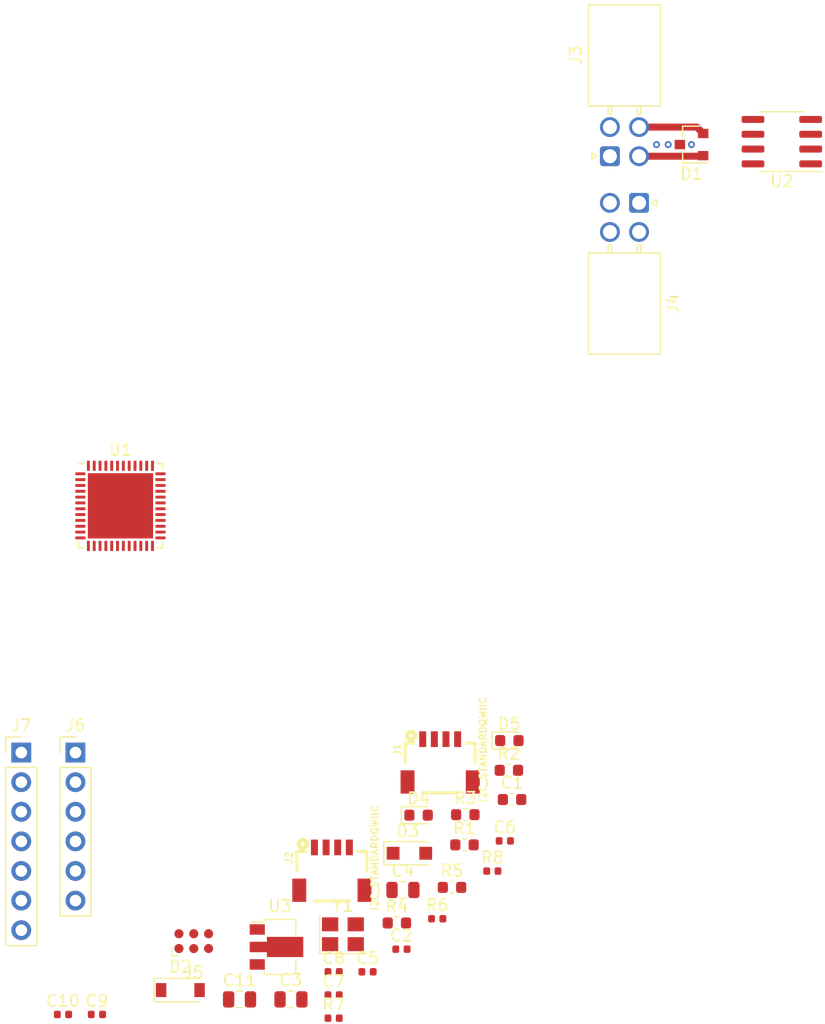
<source format=kicad_pcb>
(kicad_pcb (version 20171130) (host pcbnew "(5.1.5-0-10_14)")

  (general
    (thickness 1.6)
    (drawings 1)
    (tracks 7)
    (zones 0)
    (modules 35)
    (nets 31)
  )

  (page A4)
  (layers
    (0 F.Cu signal)
    (31 B.Cu signal hide)
    (32 B.Adhes user hide)
    (33 F.Adhes user hide)
    (34 B.Paste user hide)
    (35 F.Paste user hide)
    (36 B.SilkS user hide)
    (37 F.SilkS user)
    (38 B.Mask user hide)
    (39 F.Mask user hide)
    (40 Dwgs.User user hide)
    (41 Cmts.User user hide)
    (42 Eco1.User user hide)
    (43 Eco2.User user hide)
    (44 Edge.Cuts user hide)
    (45 Margin user hide)
    (46 B.CrtYd user hide)
    (47 F.CrtYd user)
    (48 B.Fab user hide)
    (49 F.Fab user hide)
  )

  (setup
    (last_trace_width 0.6)
    (user_trace_width 0.25)
    (user_trace_width 0.3)
    (user_trace_width 0.4)
    (user_trace_width 0.6)
    (user_trace_width 1)
    (user_trace_width 1.5)
    (trace_clearance 0.2)
    (zone_clearance 0.2)
    (zone_45_only no)
    (trace_min 0.2)
    (via_size 0.6)
    (via_drill 0.3)
    (via_min_size 0.4)
    (via_min_drill 0.3)
    (user_via 0.7 0.3)
    (uvia_size 0.3)
    (uvia_drill 0.1)
    (uvias_allowed no)
    (uvia_min_size 0.2)
    (uvia_min_drill 0.1)
    (edge_width 0.05)
    (segment_width 0.2)
    (pcb_text_width 0.3)
    (pcb_text_size 1.5 1.5)
    (mod_edge_width 0.12)
    (mod_text_size 0.8 0.8)
    (mod_text_width 0.15)
    (pad_size 0.6 0.6)
    (pad_drill 0.3)
    (pad_to_mask_clearance 0.051)
    (solder_mask_min_width 0.127)
    (aux_axis_origin 160.999999 103.670508)
    (visible_elements FFFFFF7F)
    (pcbplotparams
      (layerselection 0x010fc_ffffffff)
      (usegerberextensions true)
      (usegerberattributes false)
      (usegerberadvancedattributes false)
      (creategerberjobfile false)
      (excludeedgelayer true)
      (linewidth 0.100000)
      (plotframeref false)
      (viasonmask false)
      (mode 1)
      (useauxorigin false)
      (hpglpennumber 1)
      (hpglpenspeed 20)
      (hpglpendiameter 15.000000)
      (psnegative false)
      (psa4output false)
      (plotreference false)
      (plotvalue false)
      (plotinvisibletext false)
      (padsonsilk true)
      (subtractmaskfromsilk false)
      (outputformat 1)
      (mirror false)
      (drillshape 0)
      (scaleselection 1)
      (outputdirectory "assembly-outputs/"))
  )

  (net 0 "")
  (net 1 GND)
  (net 2 /VIN)
  (net 3 3V3)
  (net 4 "Net-(C3-Pad1)")
  (net 5 /OSC_IN)
  (net 6 "Net-(C6-Pad1)")
  (net 7 /CANH)
  (net 8 /CANL)
  (net 9 "Net-(D4-Pad2)")
  (net 10 "Net-(D5-Pad2)")
  (net 11 I2C_1_SCL)
  (net 12 I2C_1_SDA)
  (net 13 I2C_2_SCL)
  (net 14 I2C_2_SDA)
  (net 15 SWCLK)
  (net 16 nRESET)
  (net 17 SWDIO)
  (net 18 "Net-(J6-Pad6)")
  (net 19 "Net-(J6-Pad5)")
  (net 20 "Net-(J6-Pad4)")
  (net 21 "Net-(J6-Pad3)")
  (net 22 "Net-(J6-Pad2)")
  (net 23 "Net-(J6-Pad1)")
  (net 24 "Net-(R5-Pad2)")
  (net 25 CAN_EN)
  (net 26 /OSC_OUT)
  (net 27 /LED_1)
  (net 28 /LED_2)
  (net 29 CAN_TX)
  (net 30 CAN_RX)

  (net_class Default "This is the default net class."
    (clearance 0.2)
    (trace_width 0.25)
    (via_dia 0.6)
    (via_drill 0.3)
    (uvia_dia 0.3)
    (uvia_drill 0.1)
    (add_net /CANH)
    (add_net /CANL)
    (add_net /LED_1)
    (add_net /LED_2)
    (add_net /OSC_IN)
    (add_net /OSC_OUT)
    (add_net /VIN)
    (add_net 3V3)
    (add_net CAN_EN)
    (add_net CAN_RX)
    (add_net CAN_TX)
    (add_net GND)
    (add_net I2C_1_SCL)
    (add_net I2C_1_SDA)
    (add_net I2C_2_SCL)
    (add_net I2C_2_SDA)
    (add_net "Net-(C3-Pad1)")
    (add_net "Net-(C6-Pad1)")
    (add_net "Net-(D4-Pad2)")
    (add_net "Net-(D5-Pad2)")
    (add_net "Net-(J5-Pad6)")
    (add_net "Net-(J6-Pad1)")
    (add_net "Net-(J6-Pad2)")
    (add_net "Net-(J6-Pad3)")
    (add_net "Net-(J6-Pad4)")
    (add_net "Net-(J6-Pad5)")
    (add_net "Net-(J6-Pad6)")
    (add_net "Net-(R5-Pad2)")
    (add_net "Net-(U1-Pad18)")
    (add_net "Net-(U1-Pad19)")
    (add_net "Net-(U1-Pad2)")
    (add_net "Net-(U1-Pad20)")
    (add_net "Net-(U1-Pad25)")
    (add_net "Net-(U1-Pad26)")
    (add_net "Net-(U1-Pad27)")
    (add_net "Net-(U1-Pad28)")
    (add_net "Net-(U1-Pad29)")
    (add_net "Net-(U1-Pad3)")
    (add_net "Net-(U1-Pad30)")
    (add_net "Net-(U1-Pad38)")
    (add_net "Net-(U1-Pad39)")
    (add_net "Net-(U1-Pad4)")
    (add_net "Net-(U1-Pad40)")
    (add_net "Net-(U1-Pad41)")
    (add_net "Net-(U1-Pad45)")
    (add_net "Net-(U1-Pad46)")
    (add_net "Net-(U2-Pad5)")
    (add_net SWCLK)
    (add_net SWDIO)
    (add_net nRESET)
  )

  (module Connectors:1X04_1MM_RA (layer F.Cu) (tedit 200000) (tstamp 6082DAA0)
    (at 117.143519 157.309369)
    (descr "SMD- 4 PIN RIGHT ANGLE")
    (tags "SMD- 4 PIN RIGHT ANGLE")
    (path /6091AAA9)
    (attr smd)
    (fp_text reference J2 (at -3.683 0.889 90) (layer F.SilkS)
      (effects (font (size 0.6096 0.6096) (thickness 0.127)))
    )
    (fp_text value I2C_STANDARDQWIIC (at 3.683 0.889 90) (layer F.SilkS)
      (effects (font (size 0.6096 0.6096) (thickness 0.127)))
    )
    (fp_circle (center -2.49936 -0.29972) (end -2.49936 -0.43942) (layer F.SilkS) (width 0.39878))
    (fp_line (start -2.99974 0.34798) (end -2.2479 0.34798) (layer F.SilkS) (width 0.254))
    (fp_line (start 2.99974 0.34798) (end 2.99974 1.99898) (layer F.SilkS) (width 0.254))
    (fp_line (start 2.2479 0.34798) (end 2.99974 0.34798) (layer F.SilkS) (width 0.254))
    (fp_line (start -2.99974 1.99898) (end -2.99974 0.34798) (layer F.SilkS) (width 0.254))
    (fp_line (start -1.4986 4.59994) (end 1.4986 4.59994) (layer F.SilkS) (width 0.254))
    (pad NC2 smd rect (at -2.79908 3.67284) (size 1.19888 1.99898) (layers F.Cu F.Paste F.Mask)
      (solder_mask_margin 0.1016))
    (pad NC1 smd rect (at 2.79908 3.67284) (size 1.19888 1.99898) (layers F.Cu F.Paste F.Mask)
      (solder_mask_margin 0.1016))
    (pad 4 smd rect (at 1.4986 0) (size 0.59944 1.34874) (layers F.Cu F.Paste F.Mask)
      (net 13 I2C_2_SCL) (solder_mask_margin 0.1016))
    (pad 3 smd rect (at 0.49784 0) (size 0.59944 1.34874) (layers F.Cu F.Paste F.Mask)
      (net 14 I2C_2_SDA) (solder_mask_margin 0.1016))
    (pad 2 smd rect (at -0.49784 0) (size 0.59944 1.34874) (layers F.Cu F.Paste F.Mask)
      (net 3 3V3) (solder_mask_margin 0.1016))
    (pad 1 smd rect (at -1.4986 0) (size 0.59944 1.34874) (layers F.Cu F.Paste F.Mask)
      (net 1 GND) (solder_mask_margin 0.1016))
  )

  (module Connectors:1X04_1MM_RA (layer F.Cu) (tedit 200000) (tstamp 6082DA90)
    (at 126.433519 148.019369)
    (descr "SMD- 4 PIN RIGHT ANGLE")
    (tags "SMD- 4 PIN RIGHT ANGLE")
    (path /6082B258)
    (attr smd)
    (fp_text reference J1 (at -3.683 0.889 90) (layer F.SilkS)
      (effects (font (size 0.6096 0.6096) (thickness 0.127)))
    )
    (fp_text value I2C_STANDARDQWIIC (at 3.683 0.889 90) (layer F.SilkS)
      (effects (font (size 0.6096 0.6096) (thickness 0.127)))
    )
    (fp_circle (center -2.49936 -0.29972) (end -2.49936 -0.43942) (layer F.SilkS) (width 0.39878))
    (fp_line (start -2.99974 0.34798) (end -2.2479 0.34798) (layer F.SilkS) (width 0.254))
    (fp_line (start 2.99974 0.34798) (end 2.99974 1.99898) (layer F.SilkS) (width 0.254))
    (fp_line (start 2.2479 0.34798) (end 2.99974 0.34798) (layer F.SilkS) (width 0.254))
    (fp_line (start -2.99974 1.99898) (end -2.99974 0.34798) (layer F.SilkS) (width 0.254))
    (fp_line (start -1.4986 4.59994) (end 1.4986 4.59994) (layer F.SilkS) (width 0.254))
    (pad NC2 smd rect (at -2.79908 3.67284) (size 1.19888 1.99898) (layers F.Cu F.Paste F.Mask)
      (solder_mask_margin 0.1016))
    (pad NC1 smd rect (at 2.79908 3.67284) (size 1.19888 1.99898) (layers F.Cu F.Paste F.Mask)
      (solder_mask_margin 0.1016))
    (pad 4 smd rect (at 1.4986 0) (size 0.59944 1.34874) (layers F.Cu F.Paste F.Mask)
      (net 11 I2C_1_SCL) (solder_mask_margin 0.1016))
    (pad 3 smd rect (at 0.49784 0) (size 0.59944 1.34874) (layers F.Cu F.Paste F.Mask)
      (net 12 I2C_1_SDA) (solder_mask_margin 0.1016))
    (pad 2 smd rect (at -0.49784 0) (size 0.59944 1.34874) (layers F.Cu F.Paste F.Mask)
      (net 3 3V3) (solder_mask_margin 0.1016))
    (pad 1 smd rect (at -1.4986 0) (size 0.59944 1.34874) (layers F.Cu F.Paste F.Mask)
      (net 1 GND) (solder_mask_margin 0.1016))
  )

  (module Crystal:Crystal_SMD_3225-4Pin_3.2x2.5mm (layer F.Cu) (tedit 5A0FD1B2) (tstamp 6082DC5B)
    (at 118.09 164.76)
    (descr "SMD Crystal SERIES SMD3225/4 http://www.txccrystal.com/images/pdf/7m-accuracy.pdf, 3.2x2.5mm^2 package")
    (tags "SMD SMT crystal")
    (path /609AC75A)
    (attr smd)
    (fp_text reference Y1 (at 0 -2.45) (layer F.SilkS)
      (effects (font (size 1 1) (thickness 0.15)))
    )
    (fp_text value TAXM8M4RDBCCT2T (at 0 2.45) (layer F.Fab)
      (effects (font (size 1 1) (thickness 0.15)))
    )
    (fp_line (start 2.1 -1.7) (end -2.1 -1.7) (layer F.CrtYd) (width 0.05))
    (fp_line (start 2.1 1.7) (end 2.1 -1.7) (layer F.CrtYd) (width 0.05))
    (fp_line (start -2.1 1.7) (end 2.1 1.7) (layer F.CrtYd) (width 0.05))
    (fp_line (start -2.1 -1.7) (end -2.1 1.7) (layer F.CrtYd) (width 0.05))
    (fp_line (start -2 1.65) (end 2 1.65) (layer F.SilkS) (width 0.12))
    (fp_line (start -2 -1.65) (end -2 1.65) (layer F.SilkS) (width 0.12))
    (fp_line (start -1.6 0.25) (end -0.6 1.25) (layer F.Fab) (width 0.1))
    (fp_line (start 1.6 -1.25) (end -1.6 -1.25) (layer F.Fab) (width 0.1))
    (fp_line (start 1.6 1.25) (end 1.6 -1.25) (layer F.Fab) (width 0.1))
    (fp_line (start -1.6 1.25) (end 1.6 1.25) (layer F.Fab) (width 0.1))
    (fp_line (start -1.6 -1.25) (end -1.6 1.25) (layer F.Fab) (width 0.1))
    (fp_text user %R (at 0 0) (layer F.Fab)
      (effects (font (size 0.7 0.7) (thickness 0.105)))
    )
    (pad 4 smd rect (at -1.1 -0.85) (size 1.4 1.2) (layers F.Cu F.Paste F.Mask)
      (net 1 GND))
    (pad 3 smd rect (at 1.1 -0.85) (size 1.4 1.2) (layers F.Cu F.Paste F.Mask)
      (net 6 "Net-(C6-Pad1)"))
    (pad 2 smd rect (at 1.1 0.85) (size 1.4 1.2) (layers F.Cu F.Paste F.Mask)
      (net 1 GND))
    (pad 1 smd rect (at -1.1 0.85) (size 1.4 1.2) (layers F.Cu F.Paste F.Mask)
      (net 5 /OSC_IN))
    (model ${KISYS3DMOD}/Crystal.3dshapes/Crystal_SMD_3225-4Pin_3.2x2.5mm.wrl
      (at (xyz 0 0 0))
      (scale (xyz 1 1 1))
      (rotate (xyz 0 0 0))
    )
  )

  (module Package_TO_SOT_SMD:SOT-89-3 (layer F.Cu) (tedit 5C33D6E8) (tstamp 6082DC47)
    (at 112.39 165.85)
    (descr "SOT-89-3, http://ww1.microchip.com/downloads/en/DeviceDoc/3L_SOT-89_MB_C04-029C.pdf")
    (tags SOT-89-3)
    (path /608838DF)
    (attr smd)
    (fp_text reference U3 (at 0.3 -3.5) (layer F.SilkS)
      (effects (font (size 1 1) (thickness 0.15)))
    )
    (fp_text value AP7381-33Y-13 (at 0.3 3.5) (layer F.Fab)
      (effects (font (size 1 1) (thickness 0.15)))
    )
    (fp_line (start -1.06 2.36) (end -1.06 2.13) (layer F.SilkS) (width 0.12))
    (fp_line (start -1.06 -2.36) (end -1.06 -2.13) (layer F.SilkS) (width 0.12))
    (fp_line (start -1.06 -2.36) (end 1.66 -2.36) (layer F.SilkS) (width 0.12))
    (fp_line (start -2.55 2.5) (end -2.55 -2.5) (layer F.CrtYd) (width 0.05))
    (fp_line (start -2.55 2.5) (end 2.55 2.5) (layer F.CrtYd) (width 0.05))
    (fp_line (start 2.55 -2.5) (end -2.55 -2.5) (layer F.CrtYd) (width 0.05))
    (fp_line (start 2.55 -2.5) (end 2.55 2.5) (layer F.CrtYd) (width 0.05))
    (fp_line (start 0.05 -2.25) (end 1.55 -2.25) (layer F.Fab) (width 0.1))
    (fp_line (start -0.95 2.25) (end -0.95 -1.25) (layer F.Fab) (width 0.1))
    (fp_line (start 1.55 2.25) (end -0.95 2.25) (layer F.Fab) (width 0.1))
    (fp_line (start 1.55 -2.25) (end 1.55 2.25) (layer F.Fab) (width 0.1))
    (fp_line (start -0.95 -1.25) (end 0.05 -2.25) (layer F.Fab) (width 0.1))
    (fp_line (start 1.66 -2.36) (end 1.66 -1.05) (layer F.SilkS) (width 0.12))
    (fp_line (start -2.2 -2.13) (end -1.06 -2.13) (layer F.SilkS) (width 0.12))
    (fp_line (start 1.66 2.36) (end -1.06 2.36) (layer F.SilkS) (width 0.12))
    (fp_line (start 1.66 1.05) (end 1.66 2.36) (layer F.SilkS) (width 0.12))
    (fp_text user %R (at 0.5 0 90) (layer F.Fab)
      (effects (font (size 1 1) (thickness 0.15)))
    )
    (pad 2 smd custom (at -1.5625 0) (size 1.475 0.9) (layers F.Cu F.Paste F.Mask)
      (net 1 GND) (zone_connect 2)
      (options (clearance outline) (anchor rect))
      (primitives
        (gr_poly (pts
           (xy 0.7375 -0.8665) (xy 3.8625 -0.8665) (xy 3.8625 0.8665) (xy 0.7375 0.8665)) (width 0))
      ))
    (pad 3 smd rect (at -1.65 1.5) (size 1.3 0.9) (layers F.Cu F.Paste F.Mask)
      (net 4 "Net-(C3-Pad1)"))
    (pad 1 smd rect (at -1.65 -1.5) (size 1.3 0.9) (layers F.Cu F.Paste F.Mask)
      (net 3 3V3))
    (model ${KISYS3DMOD}/Package_TO_SOT_SMD.3dshapes/SOT-89-3.wrl
      (at (xyz 0 0 0))
      (scale (xyz 1 1 1))
      (rotate (xyz 0 0 0))
    )
  )

  (module Package_SO:SOIC-8_3.9x4.9mm_P1.27mm (layer F.Cu) (tedit 5D9F72B1) (tstamp 6082DC2F)
    (at 155.75 96.75 180)
    (descr "SOIC, 8 Pin (JEDEC MS-012AA, https://www.analog.com/media/en/package-pcb-resources/package/pkg_pdf/soic_narrow-r/r_8.pdf), generated with kicad-footprint-generator ipc_gullwing_generator.py")
    (tags "SOIC SO")
    (path /609384F3)
    (attr smd)
    (fp_text reference U2 (at 0 -3.4) (layer F.SilkS)
      (effects (font (size 1 1) (thickness 0.15)))
    )
    (fp_text value SN65HVD230DR (at 0 3.4) (layer F.Fab)
      (effects (font (size 1 1) (thickness 0.15)))
    )
    (fp_text user %R (at 0 0) (layer F.Fab)
      (effects (font (size 0.98 0.98) (thickness 0.15)))
    )
    (fp_line (start 3.7 -2.7) (end -3.7 -2.7) (layer F.CrtYd) (width 0.05))
    (fp_line (start 3.7 2.7) (end 3.7 -2.7) (layer F.CrtYd) (width 0.05))
    (fp_line (start -3.7 2.7) (end 3.7 2.7) (layer F.CrtYd) (width 0.05))
    (fp_line (start -3.7 -2.7) (end -3.7 2.7) (layer F.CrtYd) (width 0.05))
    (fp_line (start -1.95 -1.475) (end -0.975 -2.45) (layer F.Fab) (width 0.1))
    (fp_line (start -1.95 2.45) (end -1.95 -1.475) (layer F.Fab) (width 0.1))
    (fp_line (start 1.95 2.45) (end -1.95 2.45) (layer F.Fab) (width 0.1))
    (fp_line (start 1.95 -2.45) (end 1.95 2.45) (layer F.Fab) (width 0.1))
    (fp_line (start -0.975 -2.45) (end 1.95 -2.45) (layer F.Fab) (width 0.1))
    (fp_line (start 0 -2.56) (end -3.45 -2.56) (layer F.SilkS) (width 0.12))
    (fp_line (start 0 -2.56) (end 1.95 -2.56) (layer F.SilkS) (width 0.12))
    (fp_line (start 0 2.56) (end -1.95 2.56) (layer F.SilkS) (width 0.12))
    (fp_line (start 0 2.56) (end 1.95 2.56) (layer F.SilkS) (width 0.12))
    (pad 8 smd roundrect (at 2.475 -1.905 180) (size 1.95 0.6) (layers F.Cu F.Paste F.Mask) (roundrect_rratio 0.25)
      (net 24 "Net-(R5-Pad2)"))
    (pad 7 smd roundrect (at 2.475 -0.635 180) (size 1.95 0.6) (layers F.Cu F.Paste F.Mask) (roundrect_rratio 0.25)
      (net 7 /CANH))
    (pad 6 smd roundrect (at 2.475 0.635 180) (size 1.95 0.6) (layers F.Cu F.Paste F.Mask) (roundrect_rratio 0.25)
      (net 8 /CANL))
    (pad 5 smd roundrect (at 2.475 1.905 180) (size 1.95 0.6) (layers F.Cu F.Paste F.Mask) (roundrect_rratio 0.25))
    (pad 4 smd roundrect (at -2.475 1.905 180) (size 1.95 0.6) (layers F.Cu F.Paste F.Mask) (roundrect_rratio 0.25)
      (net 30 CAN_RX))
    (pad 3 smd roundrect (at -2.475 0.635 180) (size 1.95 0.6) (layers F.Cu F.Paste F.Mask) (roundrect_rratio 0.25)
      (net 3 3V3))
    (pad 2 smd roundrect (at -2.475 -0.635 180) (size 1.95 0.6) (layers F.Cu F.Paste F.Mask) (roundrect_rratio 0.25)
      (net 1 GND))
    (pad 1 smd roundrect (at -2.475 -1.905 180) (size 1.95 0.6) (layers F.Cu F.Paste F.Mask) (roundrect_rratio 0.25)
      (net 29 CAN_TX))
    (model ${KISYS3DMOD}/Package_SO.3dshapes/SOIC-8_3.9x4.9mm_P1.27mm.wrl
      (at (xyz 0 0 0))
      (scale (xyz 1 1 1))
      (rotate (xyz 0 0 0))
    )
  )

  (module Package_DFN_QFN:QFN-48-1EP_7x7mm_P0.5mm_EP5.6x5.6mm (layer F.Cu) (tedit 5DC5F6A5) (tstamp 6082DC15)
    (at 99 128)
    (descr "QFN, 48 Pin (http://www.st.com/resource/en/datasheet/stm32f042k6.pdf#page=94), generated with kicad-footprint-generator ipc_noLead_generator.py")
    (tags "QFN NoLead")
    (path /6081A5F3)
    (attr smd)
    (fp_text reference U1 (at 0 -4.82) (layer F.SilkS)
      (effects (font (size 1 1) (thickness 0.15)))
    )
    (fp_text value STM32F072CBUx (at 0 4.82) (layer F.Fab)
      (effects (font (size 1 1) (thickness 0.15)))
    )
    (fp_text user %R (at 14.61 -7.39) (layer F.Fab)
      (effects (font (size 1 1) (thickness 0.15)))
    )
    (fp_line (start 4.12 -4.12) (end -4.12 -4.12) (layer F.CrtYd) (width 0.05))
    (fp_line (start 4.12 4.12) (end 4.12 -4.12) (layer F.CrtYd) (width 0.05))
    (fp_line (start -4.12 4.12) (end 4.12 4.12) (layer F.CrtYd) (width 0.05))
    (fp_line (start -4.12 -4.12) (end -4.12 4.12) (layer F.CrtYd) (width 0.05))
    (fp_line (start -3.5 -2.5) (end -2.5 -3.5) (layer F.Fab) (width 0.1))
    (fp_line (start -3.5 3.5) (end -3.5 -2.5) (layer F.Fab) (width 0.1))
    (fp_line (start 3.5 3.5) (end -3.5 3.5) (layer F.Fab) (width 0.1))
    (fp_line (start 3.5 -3.5) (end 3.5 3.5) (layer F.Fab) (width 0.1))
    (fp_line (start -2.5 -3.5) (end 3.5 -3.5) (layer F.Fab) (width 0.1))
    (fp_line (start -3.135 -3.61) (end -3.61 -3.61) (layer F.SilkS) (width 0.12))
    (fp_line (start 3.61 3.61) (end 3.61 3.135) (layer F.SilkS) (width 0.12))
    (fp_line (start 3.135 3.61) (end 3.61 3.61) (layer F.SilkS) (width 0.12))
    (fp_line (start -3.61 3.61) (end -3.61 3.135) (layer F.SilkS) (width 0.12))
    (fp_line (start -3.135 3.61) (end -3.61 3.61) (layer F.SilkS) (width 0.12))
    (fp_line (start 3.61 -3.61) (end 3.61 -3.135) (layer F.SilkS) (width 0.12))
    (fp_line (start 3.135 -3.61) (end 3.61 -3.61) (layer F.SilkS) (width 0.12))
    (pad "" smd roundrect (at 2.1 2.1) (size 1.13 1.13) (layers F.Paste) (roundrect_rratio 0.221239))
    (pad "" smd roundrect (at 2.1 0.7) (size 1.13 1.13) (layers F.Paste) (roundrect_rratio 0.221239))
    (pad "" smd roundrect (at 2.1 -0.7) (size 1.13 1.13) (layers F.Paste) (roundrect_rratio 0.221239))
    (pad "" smd roundrect (at 2.1 -2.1) (size 1.13 1.13) (layers F.Paste) (roundrect_rratio 0.221239))
    (pad "" smd roundrect (at 0.7 2.1) (size 1.13 1.13) (layers F.Paste) (roundrect_rratio 0.221239))
    (pad "" smd roundrect (at 0.7 0.7) (size 1.13 1.13) (layers F.Paste) (roundrect_rratio 0.221239))
    (pad "" smd roundrect (at 0.7 -0.7) (size 1.13 1.13) (layers F.Paste) (roundrect_rratio 0.221239))
    (pad "" smd roundrect (at 0.7 -2.1) (size 1.13 1.13) (layers F.Paste) (roundrect_rratio 0.221239))
    (pad "" smd roundrect (at -0.7 2.1) (size 1.13 1.13) (layers F.Paste) (roundrect_rratio 0.221239))
    (pad "" smd roundrect (at -0.7 0.7) (size 1.13 1.13) (layers F.Paste) (roundrect_rratio 0.221239))
    (pad "" smd roundrect (at -0.7 -0.7) (size 1.13 1.13) (layers F.Paste) (roundrect_rratio 0.221239))
    (pad "" smd roundrect (at -0.7 -2.1) (size 1.13 1.13) (layers F.Paste) (roundrect_rratio 0.221239))
    (pad "" smd roundrect (at -2.1 2.1) (size 1.13 1.13) (layers F.Paste) (roundrect_rratio 0.221239))
    (pad "" smd roundrect (at -2.1 0.7) (size 1.13 1.13) (layers F.Paste) (roundrect_rratio 0.221239))
    (pad "" smd roundrect (at -2.1 -0.7) (size 1.13 1.13) (layers F.Paste) (roundrect_rratio 0.221239))
    (pad "" smd roundrect (at -2.1 -2.1) (size 1.13 1.13) (layers F.Paste) (roundrect_rratio 0.221239))
    (pad 49 smd rect (at 0 0) (size 5.6 5.6) (layers F.Cu F.Mask)
      (net 1 GND))
    (pad 48 smd roundrect (at -2.75 -3.4375) (size 0.25 0.875) (layers F.Cu F.Paste F.Mask) (roundrect_rratio 0.25)
      (net 3 3V3))
    (pad 47 smd roundrect (at -2.25 -3.4375) (size 0.25 0.875) (layers F.Cu F.Paste F.Mask) (roundrect_rratio 0.25)
      (net 1 GND))
    (pad 46 smd roundrect (at -1.75 -3.4375) (size 0.25 0.875) (layers F.Cu F.Paste F.Mask) (roundrect_rratio 0.25))
    (pad 45 smd roundrect (at -1.25 -3.4375) (size 0.25 0.875) (layers F.Cu F.Paste F.Mask) (roundrect_rratio 0.25))
    (pad 44 smd roundrect (at -0.75 -3.4375) (size 0.25 0.875) (layers F.Cu F.Paste F.Mask) (roundrect_rratio 0.25)
      (net 1 GND))
    (pad 43 smd roundrect (at -0.25 -3.4375) (size 0.25 0.875) (layers F.Cu F.Paste F.Mask) (roundrect_rratio 0.25)
      (net 12 I2C_1_SDA))
    (pad 42 smd roundrect (at 0.25 -3.4375) (size 0.25 0.875) (layers F.Cu F.Paste F.Mask) (roundrect_rratio 0.25)
      (net 11 I2C_1_SCL))
    (pad 41 smd roundrect (at 0.75 -3.4375) (size 0.25 0.875) (layers F.Cu F.Paste F.Mask) (roundrect_rratio 0.25))
    (pad 40 smd roundrect (at 1.25 -3.4375) (size 0.25 0.875) (layers F.Cu F.Paste F.Mask) (roundrect_rratio 0.25))
    (pad 39 smd roundrect (at 1.75 -3.4375) (size 0.25 0.875) (layers F.Cu F.Paste F.Mask) (roundrect_rratio 0.25))
    (pad 38 smd roundrect (at 2.25 -3.4375) (size 0.25 0.875) (layers F.Cu F.Paste F.Mask) (roundrect_rratio 0.25))
    (pad 37 smd roundrect (at 2.75 -3.4375) (size 0.25 0.875) (layers F.Cu F.Paste F.Mask) (roundrect_rratio 0.25)
      (net 15 SWCLK))
    (pad 36 smd roundrect (at 3.4375 -2.75) (size 0.875 0.25) (layers F.Cu F.Paste F.Mask) (roundrect_rratio 0.25)
      (net 3 3V3))
    (pad 35 smd roundrect (at 3.4375 -2.25) (size 0.875 0.25) (layers F.Cu F.Paste F.Mask) (roundrect_rratio 0.25)
      (net 1 GND))
    (pad 34 smd roundrect (at 3.4375 -1.75) (size 0.875 0.25) (layers F.Cu F.Paste F.Mask) (roundrect_rratio 0.25)
      (net 17 SWDIO))
    (pad 33 smd roundrect (at 3.4375 -1.25) (size 0.875 0.25) (layers F.Cu F.Paste F.Mask) (roundrect_rratio 0.25)
      (net 29 CAN_TX))
    (pad 32 smd roundrect (at 3.4375 -0.75) (size 0.875 0.25) (layers F.Cu F.Paste F.Mask) (roundrect_rratio 0.25)
      (net 30 CAN_RX))
    (pad 31 smd roundrect (at 3.4375 -0.25) (size 0.875 0.25) (layers F.Cu F.Paste F.Mask) (roundrect_rratio 0.25)
      (net 25 CAN_EN))
    (pad 30 smd roundrect (at 3.4375 0.25) (size 0.875 0.25) (layers F.Cu F.Paste F.Mask) (roundrect_rratio 0.25))
    (pad 29 smd roundrect (at 3.4375 0.75) (size 0.875 0.25) (layers F.Cu F.Paste F.Mask) (roundrect_rratio 0.25))
    (pad 28 smd roundrect (at 3.4375 1.25) (size 0.875 0.25) (layers F.Cu F.Paste F.Mask) (roundrect_rratio 0.25))
    (pad 27 smd roundrect (at 3.4375 1.75) (size 0.875 0.25) (layers F.Cu F.Paste F.Mask) (roundrect_rratio 0.25))
    (pad 26 smd roundrect (at 3.4375 2.25) (size 0.875 0.25) (layers F.Cu F.Paste F.Mask) (roundrect_rratio 0.25))
    (pad 25 smd roundrect (at 3.4375 2.75) (size 0.875 0.25) (layers F.Cu F.Paste F.Mask) (roundrect_rratio 0.25))
    (pad 24 smd roundrect (at 2.75 3.4375) (size 0.25 0.875) (layers F.Cu F.Paste F.Mask) (roundrect_rratio 0.25)
      (net 3 3V3))
    (pad 23 smd roundrect (at 2.25 3.4375) (size 0.25 0.875) (layers F.Cu F.Paste F.Mask) (roundrect_rratio 0.25)
      (net 1 GND))
    (pad 22 smd roundrect (at 1.75 3.4375) (size 0.25 0.875) (layers F.Cu F.Paste F.Mask) (roundrect_rratio 0.25)
      (net 14 I2C_2_SDA))
    (pad 21 smd roundrect (at 1.25 3.4375) (size 0.25 0.875) (layers F.Cu F.Paste F.Mask) (roundrect_rratio 0.25)
      (net 13 I2C_2_SCL))
    (pad 20 smd roundrect (at 0.75 3.4375) (size 0.25 0.875) (layers F.Cu F.Paste F.Mask) (roundrect_rratio 0.25))
    (pad 19 smd roundrect (at 0.25 3.4375) (size 0.25 0.875) (layers F.Cu F.Paste F.Mask) (roundrect_rratio 0.25))
    (pad 18 smd roundrect (at -0.25 3.4375) (size 0.25 0.875) (layers F.Cu F.Paste F.Mask) (roundrect_rratio 0.25))
    (pad 17 smd roundrect (at -0.75 3.4375) (size 0.25 0.875) (layers F.Cu F.Paste F.Mask) (roundrect_rratio 0.25)
      (net 18 "Net-(J6-Pad6)"))
    (pad 16 smd roundrect (at -1.25 3.4375) (size 0.25 0.875) (layers F.Cu F.Paste F.Mask) (roundrect_rratio 0.25)
      (net 19 "Net-(J6-Pad5)"))
    (pad 15 smd roundrect (at -1.75 3.4375) (size 0.25 0.875) (layers F.Cu F.Paste F.Mask) (roundrect_rratio 0.25)
      (net 20 "Net-(J6-Pad4)"))
    (pad 14 smd roundrect (at -2.25 3.4375) (size 0.25 0.875) (layers F.Cu F.Paste F.Mask) (roundrect_rratio 0.25)
      (net 21 "Net-(J6-Pad3)"))
    (pad 13 smd roundrect (at -2.75 3.4375) (size 0.25 0.875) (layers F.Cu F.Paste F.Mask) (roundrect_rratio 0.25)
      (net 22 "Net-(J6-Pad2)"))
    (pad 12 smd roundrect (at -3.4375 2.75) (size 0.875 0.25) (layers F.Cu F.Paste F.Mask) (roundrect_rratio 0.25)
      (net 23 "Net-(J6-Pad1)"))
    (pad 11 smd roundrect (at -3.4375 2.25) (size 0.875 0.25) (layers F.Cu F.Paste F.Mask) (roundrect_rratio 0.25)
      (net 28 /LED_2))
    (pad 10 smd roundrect (at -3.4375 1.75) (size 0.875 0.25) (layers F.Cu F.Paste F.Mask) (roundrect_rratio 0.25)
      (net 27 /LED_1))
    (pad 9 smd roundrect (at -3.4375 1.25) (size 0.875 0.25) (layers F.Cu F.Paste F.Mask) (roundrect_rratio 0.25)
      (net 3 3V3))
    (pad 8 smd roundrect (at -3.4375 0.75) (size 0.875 0.25) (layers F.Cu F.Paste F.Mask) (roundrect_rratio 0.25)
      (net 1 GND))
    (pad 7 smd roundrect (at -3.4375 0.25) (size 0.875 0.25) (layers F.Cu F.Paste F.Mask) (roundrect_rratio 0.25)
      (net 16 nRESET))
    (pad 6 smd roundrect (at -3.4375 -0.25) (size 0.875 0.25) (layers F.Cu F.Paste F.Mask) (roundrect_rratio 0.25)
      (net 26 /OSC_OUT))
    (pad 5 smd roundrect (at -3.4375 -0.75) (size 0.875 0.25) (layers F.Cu F.Paste F.Mask) (roundrect_rratio 0.25)
      (net 5 /OSC_IN))
    (pad 4 smd roundrect (at -3.4375 -1.25) (size 0.875 0.25) (layers F.Cu F.Paste F.Mask) (roundrect_rratio 0.25))
    (pad 3 smd roundrect (at -3.4375 -1.75) (size 0.875 0.25) (layers F.Cu F.Paste F.Mask) (roundrect_rratio 0.25))
    (pad 2 smd roundrect (at -3.4375 -2.25) (size 0.875 0.25) (layers F.Cu F.Paste F.Mask) (roundrect_rratio 0.25))
    (pad 1 smd roundrect (at -3.4375 -2.75) (size 0.875 0.25) (layers F.Cu F.Paste F.Mask) (roundrect_rratio 0.25)
      (net 3 3V3))
    (model ${KISYS3DMOD}/Package_DFN_QFN.3dshapes/QFN-48-1EP_7x7mm_P0.5mm_EP5.6x5.6mm.wrl
      (at (xyz 0 0 0))
      (scale (xyz 1 1 1))
      (rotate (xyz 0 0 0))
    )
  )

  (module Resistor_SMD:R_0402_1005Metric (layer F.Cu) (tedit 5B301BBD) (tstamp 6082DBBF)
    (at 130.91 159.34)
    (descr "Resistor SMD 0402 (1005 Metric), square (rectangular) end terminal, IPC_7351 nominal, (Body size source: http://www.tortai-tech.com/upload/download/2011102023233369053.pdf), generated with kicad-footprint-generator")
    (tags resistor)
    (path /6097BE94)
    (attr smd)
    (fp_text reference R8 (at 0 -1.17) (layer F.SilkS)
      (effects (font (size 1 1) (thickness 0.15)))
    )
    (fp_text value R_0402_330R_1 (at 0 1.17) (layer F.Fab)
      (effects (font (size 1 1) (thickness 0.15)))
    )
    (fp_text user %R (at 0 0) (layer F.Fab)
      (effects (font (size 0.25 0.25) (thickness 0.04)))
    )
    (fp_line (start 0.93 0.47) (end -0.93 0.47) (layer F.CrtYd) (width 0.05))
    (fp_line (start 0.93 -0.47) (end 0.93 0.47) (layer F.CrtYd) (width 0.05))
    (fp_line (start -0.93 -0.47) (end 0.93 -0.47) (layer F.CrtYd) (width 0.05))
    (fp_line (start -0.93 0.47) (end -0.93 -0.47) (layer F.CrtYd) (width 0.05))
    (fp_line (start 0.5 0.25) (end -0.5 0.25) (layer F.Fab) (width 0.1))
    (fp_line (start 0.5 -0.25) (end 0.5 0.25) (layer F.Fab) (width 0.1))
    (fp_line (start -0.5 -0.25) (end 0.5 -0.25) (layer F.Fab) (width 0.1))
    (fp_line (start -0.5 0.25) (end -0.5 -0.25) (layer F.Fab) (width 0.1))
    (pad 2 smd roundrect (at 0.485 0) (size 0.59 0.64) (layers F.Cu F.Paste F.Mask) (roundrect_rratio 0.25)
      (net 28 /LED_2))
    (pad 1 smd roundrect (at -0.485 0) (size 0.59 0.64) (layers F.Cu F.Paste F.Mask) (roundrect_rratio 0.25)
      (net 10 "Net-(D5-Pad2)"))
    (model ${KISYS3DMOD}/Resistor_SMD.3dshapes/R_0402_1005Metric.wrl
      (at (xyz 0 0 0))
      (scale (xyz 1 1 1))
      (rotate (xyz 0 0 0))
    )
  )

  (module Resistor_SMD:R_0402_1005Metric (layer F.Cu) (tedit 5B301BBD) (tstamp 6082DBB0)
    (at 117.29 171.96)
    (descr "Resistor SMD 0402 (1005 Metric), square (rectangular) end terminal, IPC_7351 nominal, (Body size source: http://www.tortai-tech.com/upload/download/2011102023233369053.pdf), generated with kicad-footprint-generator")
    (tags resistor)
    (path /6097AF02)
    (attr smd)
    (fp_text reference R7 (at 0 -1.17) (layer F.SilkS)
      (effects (font (size 1 1) (thickness 0.15)))
    )
    (fp_text value R_0402_330R_1 (at 0 1.17) (layer F.Fab)
      (effects (font (size 1 1) (thickness 0.15)))
    )
    (fp_text user %R (at 0 0) (layer F.Fab)
      (effects (font (size 0.25 0.25) (thickness 0.04)))
    )
    (fp_line (start 0.93 0.47) (end -0.93 0.47) (layer F.CrtYd) (width 0.05))
    (fp_line (start 0.93 -0.47) (end 0.93 0.47) (layer F.CrtYd) (width 0.05))
    (fp_line (start -0.93 -0.47) (end 0.93 -0.47) (layer F.CrtYd) (width 0.05))
    (fp_line (start -0.93 0.47) (end -0.93 -0.47) (layer F.CrtYd) (width 0.05))
    (fp_line (start 0.5 0.25) (end -0.5 0.25) (layer F.Fab) (width 0.1))
    (fp_line (start 0.5 -0.25) (end 0.5 0.25) (layer F.Fab) (width 0.1))
    (fp_line (start -0.5 -0.25) (end 0.5 -0.25) (layer F.Fab) (width 0.1))
    (fp_line (start -0.5 0.25) (end -0.5 -0.25) (layer F.Fab) (width 0.1))
    (pad 2 smd roundrect (at 0.485 0) (size 0.59 0.64) (layers F.Cu F.Paste F.Mask) (roundrect_rratio 0.25)
      (net 27 /LED_1))
    (pad 1 smd roundrect (at -0.485 0) (size 0.59 0.64) (layers F.Cu F.Paste F.Mask) (roundrect_rratio 0.25)
      (net 9 "Net-(D4-Pad2)"))
    (model ${KISYS3DMOD}/Resistor_SMD.3dshapes/R_0402_1005Metric.wrl
      (at (xyz 0 0 0))
      (scale (xyz 1 1 1))
      (rotate (xyz 0 0 0))
    )
  )

  (module Resistor_SMD:R_0402_1005Metric (layer F.Cu) (tedit 5B301BBD) (tstamp 6082DBA1)
    (at 126.18 163.43)
    (descr "Resistor SMD 0402 (1005 Metric), square (rectangular) end terminal, IPC_7351 nominal, (Body size source: http://www.tortai-tech.com/upload/download/2011102023233369053.pdf), generated with kicad-footprint-generator")
    (tags resistor)
    (path /6097E4FB)
    (attr smd)
    (fp_text reference R6 (at 0 -1.17) (layer F.SilkS)
      (effects (font (size 1 1) (thickness 0.15)))
    )
    (fp_text value R_0402_2k_1 (at 0 1.17) (layer F.Fab)
      (effects (font (size 1 1) (thickness 0.15)))
    )
    (fp_text user %R (at 0 0) (layer F.Fab)
      (effects (font (size 0.25 0.25) (thickness 0.04)))
    )
    (fp_line (start 0.93 0.47) (end -0.93 0.47) (layer F.CrtYd) (width 0.05))
    (fp_line (start 0.93 -0.47) (end 0.93 0.47) (layer F.CrtYd) (width 0.05))
    (fp_line (start -0.93 -0.47) (end 0.93 -0.47) (layer F.CrtYd) (width 0.05))
    (fp_line (start -0.93 0.47) (end -0.93 -0.47) (layer F.CrtYd) (width 0.05))
    (fp_line (start 0.5 0.25) (end -0.5 0.25) (layer F.Fab) (width 0.1))
    (fp_line (start 0.5 -0.25) (end 0.5 0.25) (layer F.Fab) (width 0.1))
    (fp_line (start -0.5 -0.25) (end 0.5 -0.25) (layer F.Fab) (width 0.1))
    (fp_line (start -0.5 0.25) (end -0.5 -0.25) (layer F.Fab) (width 0.1))
    (pad 2 smd roundrect (at 0.485 0) (size 0.59 0.64) (layers F.Cu F.Paste F.Mask) (roundrect_rratio 0.25)
      (net 6 "Net-(C6-Pad1)"))
    (pad 1 smd roundrect (at -0.485 0) (size 0.59 0.64) (layers F.Cu F.Paste F.Mask) (roundrect_rratio 0.25)
      (net 26 /OSC_OUT))
    (model ${KISYS3DMOD}/Resistor_SMD.3dshapes/R_0402_1005Metric.wrl
      (at (xyz 0 0 0))
      (scale (xyz 1 1 1))
      (rotate (xyz 0 0 0))
    )
  )

  (module Resistor_SMD:R_0603_1608Metric (layer F.Cu) (tedit 5B301BBD) (tstamp 6082DB92)
    (at 127.45 160.74)
    (descr "Resistor SMD 0603 (1608 Metric), square (rectangular) end terminal, IPC_7351 nominal, (Body size source: http://www.tortai-tech.com/upload/download/2011102023233369053.pdf), generated with kicad-footprint-generator")
    (tags resistor)
    (path /6098BEC0)
    (attr smd)
    (fp_text reference R5 (at 0 -1.43) (layer F.SilkS)
      (effects (font (size 1 1) (thickness 0.15)))
    )
    (fp_text value R_0603_10k_1 (at 0 1.43) (layer F.Fab)
      (effects (font (size 1 1) (thickness 0.15)))
    )
    (fp_text user %R (at 0 0) (layer F.Fab)
      (effects (font (size 0.4 0.4) (thickness 0.06)))
    )
    (fp_line (start 1.48 0.73) (end -1.48 0.73) (layer F.CrtYd) (width 0.05))
    (fp_line (start 1.48 -0.73) (end 1.48 0.73) (layer F.CrtYd) (width 0.05))
    (fp_line (start -1.48 -0.73) (end 1.48 -0.73) (layer F.CrtYd) (width 0.05))
    (fp_line (start -1.48 0.73) (end -1.48 -0.73) (layer F.CrtYd) (width 0.05))
    (fp_line (start -0.162779 0.51) (end 0.162779 0.51) (layer F.SilkS) (width 0.12))
    (fp_line (start -0.162779 -0.51) (end 0.162779 -0.51) (layer F.SilkS) (width 0.12))
    (fp_line (start 0.8 0.4) (end -0.8 0.4) (layer F.Fab) (width 0.1))
    (fp_line (start 0.8 -0.4) (end 0.8 0.4) (layer F.Fab) (width 0.1))
    (fp_line (start -0.8 -0.4) (end 0.8 -0.4) (layer F.Fab) (width 0.1))
    (fp_line (start -0.8 0.4) (end -0.8 -0.4) (layer F.Fab) (width 0.1))
    (pad 2 smd roundrect (at 0.7875 0) (size 0.875 0.95) (layers F.Cu F.Paste F.Mask) (roundrect_rratio 0.25)
      (net 24 "Net-(R5-Pad2)"))
    (pad 1 smd roundrect (at -0.7875 0) (size 0.875 0.95) (layers F.Cu F.Paste F.Mask) (roundrect_rratio 0.25)
      (net 25 CAN_EN))
    (model ${KISYS3DMOD}/Resistor_SMD.3dshapes/R_0603_1608Metric.wrl
      (at (xyz 0 0 0))
      (scale (xyz 1 1 1))
      (rotate (xyz 0 0 0))
    )
  )

  (module Resistor_SMD:R_0603_1608Metric (layer F.Cu) (tedit 5B301BBD) (tstamp 6082DB81)
    (at 122.72 163.79)
    (descr "Resistor SMD 0603 (1608 Metric), square (rectangular) end terminal, IPC_7351 nominal, (Body size source: http://www.tortai-tech.com/upload/download/2011102023233369053.pdf), generated with kicad-footprint-generator")
    (tags resistor)
    (path /60998F4B)
    (attr smd)
    (fp_text reference R4 (at 0 -1.43) (layer F.SilkS)
      (effects (font (size 1 1) (thickness 0.15)))
    )
    (fp_text value R_0603_10k_1 (at 0 1.43) (layer F.Fab)
      (effects (font (size 1 1) (thickness 0.15)))
    )
    (fp_text user %R (at 0 0) (layer F.Fab)
      (effects (font (size 0.4 0.4) (thickness 0.06)))
    )
    (fp_line (start 1.48 0.73) (end -1.48 0.73) (layer F.CrtYd) (width 0.05))
    (fp_line (start 1.48 -0.73) (end 1.48 0.73) (layer F.CrtYd) (width 0.05))
    (fp_line (start -1.48 -0.73) (end 1.48 -0.73) (layer F.CrtYd) (width 0.05))
    (fp_line (start -1.48 0.73) (end -1.48 -0.73) (layer F.CrtYd) (width 0.05))
    (fp_line (start -0.162779 0.51) (end 0.162779 0.51) (layer F.SilkS) (width 0.12))
    (fp_line (start -0.162779 -0.51) (end 0.162779 -0.51) (layer F.SilkS) (width 0.12))
    (fp_line (start 0.8 0.4) (end -0.8 0.4) (layer F.Fab) (width 0.1))
    (fp_line (start 0.8 -0.4) (end 0.8 0.4) (layer F.Fab) (width 0.1))
    (fp_line (start -0.8 -0.4) (end 0.8 -0.4) (layer F.Fab) (width 0.1))
    (fp_line (start -0.8 0.4) (end -0.8 -0.4) (layer F.Fab) (width 0.1))
    (pad 2 smd roundrect (at 0.7875 0) (size 0.875 0.95) (layers F.Cu F.Paste F.Mask) (roundrect_rratio 0.25)
      (net 3 3V3))
    (pad 1 smd roundrect (at -0.7875 0) (size 0.875 0.95) (layers F.Cu F.Paste F.Mask) (roundrect_rratio 0.25)
      (net 13 I2C_2_SCL))
    (model ${KISYS3DMOD}/Resistor_SMD.3dshapes/R_0603_1608Metric.wrl
      (at (xyz 0 0 0))
      (scale (xyz 1 1 1))
      (rotate (xyz 0 0 0))
    )
  )

  (module Resistor_SMD:R_0603_1608Metric (layer F.Cu) (tedit 5B301BBD) (tstamp 6082DB70)
    (at 128.59 154.5)
    (descr "Resistor SMD 0603 (1608 Metric), square (rectangular) end terminal, IPC_7351 nominal, (Body size source: http://www.tortai-tech.com/upload/download/2011102023233369053.pdf), generated with kicad-footprint-generator")
    (tags resistor)
    (path /60992592)
    (attr smd)
    (fp_text reference R3 (at 0 -1.43) (layer F.SilkS)
      (effects (font (size 1 1) (thickness 0.15)))
    )
    (fp_text value R_0603_10k_1 (at 0 1.43) (layer F.Fab)
      (effects (font (size 1 1) (thickness 0.15)))
    )
    (fp_text user %R (at 0 0) (layer F.Fab)
      (effects (font (size 0.4 0.4) (thickness 0.06)))
    )
    (fp_line (start 1.48 0.73) (end -1.48 0.73) (layer F.CrtYd) (width 0.05))
    (fp_line (start 1.48 -0.73) (end 1.48 0.73) (layer F.CrtYd) (width 0.05))
    (fp_line (start -1.48 -0.73) (end 1.48 -0.73) (layer F.CrtYd) (width 0.05))
    (fp_line (start -1.48 0.73) (end -1.48 -0.73) (layer F.CrtYd) (width 0.05))
    (fp_line (start -0.162779 0.51) (end 0.162779 0.51) (layer F.SilkS) (width 0.12))
    (fp_line (start -0.162779 -0.51) (end 0.162779 -0.51) (layer F.SilkS) (width 0.12))
    (fp_line (start 0.8 0.4) (end -0.8 0.4) (layer F.Fab) (width 0.1))
    (fp_line (start 0.8 -0.4) (end 0.8 0.4) (layer F.Fab) (width 0.1))
    (fp_line (start -0.8 -0.4) (end 0.8 -0.4) (layer F.Fab) (width 0.1))
    (fp_line (start -0.8 0.4) (end -0.8 -0.4) (layer F.Fab) (width 0.1))
    (pad 2 smd roundrect (at 0.7875 0) (size 0.875 0.95) (layers F.Cu F.Paste F.Mask) (roundrect_rratio 0.25)
      (net 3 3V3))
    (pad 1 smd roundrect (at -0.7875 0) (size 0.875 0.95) (layers F.Cu F.Paste F.Mask) (roundrect_rratio 0.25)
      (net 11 I2C_1_SCL))
    (model ${KISYS3DMOD}/Resistor_SMD.3dshapes/R_0603_1608Metric.wrl
      (at (xyz 0 0 0))
      (scale (xyz 1 1 1))
      (rotate (xyz 0 0 0))
    )
  )

  (module Resistor_SMD:R_0603_1608Metric (layer F.Cu) (tedit 5B301BBD) (tstamp 6082DB5F)
    (at 132.33 150.69)
    (descr "Resistor SMD 0603 (1608 Metric), square (rectangular) end terminal, IPC_7351 nominal, (Body size source: http://www.tortai-tech.com/upload/download/2011102023233369053.pdf), generated with kicad-footprint-generator")
    (tags resistor)
    (path /6099E52B)
    (attr smd)
    (fp_text reference R2 (at 0 -1.43) (layer F.SilkS)
      (effects (font (size 1 1) (thickness 0.15)))
    )
    (fp_text value R_0603_10k_1 (at 0 1.43) (layer F.Fab)
      (effects (font (size 1 1) (thickness 0.15)))
    )
    (fp_text user %R (at 0 0) (layer F.Fab)
      (effects (font (size 0.4 0.4) (thickness 0.06)))
    )
    (fp_line (start 1.48 0.73) (end -1.48 0.73) (layer F.CrtYd) (width 0.05))
    (fp_line (start 1.48 -0.73) (end 1.48 0.73) (layer F.CrtYd) (width 0.05))
    (fp_line (start -1.48 -0.73) (end 1.48 -0.73) (layer F.CrtYd) (width 0.05))
    (fp_line (start -1.48 0.73) (end -1.48 -0.73) (layer F.CrtYd) (width 0.05))
    (fp_line (start -0.162779 0.51) (end 0.162779 0.51) (layer F.SilkS) (width 0.12))
    (fp_line (start -0.162779 -0.51) (end 0.162779 -0.51) (layer F.SilkS) (width 0.12))
    (fp_line (start 0.8 0.4) (end -0.8 0.4) (layer F.Fab) (width 0.1))
    (fp_line (start 0.8 -0.4) (end 0.8 0.4) (layer F.Fab) (width 0.1))
    (fp_line (start -0.8 -0.4) (end 0.8 -0.4) (layer F.Fab) (width 0.1))
    (fp_line (start -0.8 0.4) (end -0.8 -0.4) (layer F.Fab) (width 0.1))
    (pad 2 smd roundrect (at 0.7875 0) (size 0.875 0.95) (layers F.Cu F.Paste F.Mask) (roundrect_rratio 0.25)
      (net 3 3V3))
    (pad 1 smd roundrect (at -0.7875 0) (size 0.875 0.95) (layers F.Cu F.Paste F.Mask) (roundrect_rratio 0.25)
      (net 14 I2C_2_SDA))
    (model ${KISYS3DMOD}/Resistor_SMD.3dshapes/R_0603_1608Metric.wrl
      (at (xyz 0 0 0))
      (scale (xyz 1 1 1))
      (rotate (xyz 0 0 0))
    )
  )

  (module Resistor_SMD:R_0603_1608Metric (layer F.Cu) (tedit 5B301BBD) (tstamp 6082DB4E)
    (at 128.52 157.09)
    (descr "Resistor SMD 0603 (1608 Metric), square (rectangular) end terminal, IPC_7351 nominal, (Body size source: http://www.tortai-tech.com/upload/download/2011102023233369053.pdf), generated with kicad-footprint-generator")
    (tags resistor)
    (path /60993A29)
    (attr smd)
    (fp_text reference R1 (at 0 -1.43) (layer F.SilkS)
      (effects (font (size 1 1) (thickness 0.15)))
    )
    (fp_text value R_0603_10k_1 (at 0 1.43) (layer F.Fab)
      (effects (font (size 1 1) (thickness 0.15)))
    )
    (fp_text user %R (at 0 0) (layer F.Fab)
      (effects (font (size 0.4 0.4) (thickness 0.06)))
    )
    (fp_line (start 1.48 0.73) (end -1.48 0.73) (layer F.CrtYd) (width 0.05))
    (fp_line (start 1.48 -0.73) (end 1.48 0.73) (layer F.CrtYd) (width 0.05))
    (fp_line (start -1.48 -0.73) (end 1.48 -0.73) (layer F.CrtYd) (width 0.05))
    (fp_line (start -1.48 0.73) (end -1.48 -0.73) (layer F.CrtYd) (width 0.05))
    (fp_line (start -0.162779 0.51) (end 0.162779 0.51) (layer F.SilkS) (width 0.12))
    (fp_line (start -0.162779 -0.51) (end 0.162779 -0.51) (layer F.SilkS) (width 0.12))
    (fp_line (start 0.8 0.4) (end -0.8 0.4) (layer F.Fab) (width 0.1))
    (fp_line (start 0.8 -0.4) (end 0.8 0.4) (layer F.Fab) (width 0.1))
    (fp_line (start -0.8 -0.4) (end 0.8 -0.4) (layer F.Fab) (width 0.1))
    (fp_line (start -0.8 0.4) (end -0.8 -0.4) (layer F.Fab) (width 0.1))
    (pad 2 smd roundrect (at 0.7875 0) (size 0.875 0.95) (layers F.Cu F.Paste F.Mask) (roundrect_rratio 0.25)
      (net 3 3V3))
    (pad 1 smd roundrect (at -0.7875 0) (size 0.875 0.95) (layers F.Cu F.Paste F.Mask) (roundrect_rratio 0.25)
      (net 12 I2C_1_SDA))
    (model ${KISYS3DMOD}/Resistor_SMD.3dshapes/R_0603_1608Metric.wrl
      (at (xyz 0 0 0))
      (scale (xyz 1 1 1))
      (rotate (xyz 0 0 0))
    )
  )

  (module Connector_PinHeader_2.54mm:PinHeader_1x07_P2.54mm_Vertical (layer F.Cu) (tedit 59FED5CC) (tstamp 6082DB3D)
    (at 90.49 149.17)
    (descr "Through hole straight pin header, 1x07, 2.54mm pitch, single row")
    (tags "Through hole pin header THT 1x07 2.54mm single row")
    (path /60A81200)
    (fp_text reference J7 (at 0 -2.33) (layer F.SilkS)
      (effects (font (size 1 1) (thickness 0.15)))
    )
    (fp_text value Conn_01x07_Male (at 0 17.57) (layer F.Fab)
      (effects (font (size 1 1) (thickness 0.15)))
    )
    (fp_text user %R (at 0 7.62 90) (layer F.Fab)
      (effects (font (size 1 1) (thickness 0.15)))
    )
    (fp_line (start 1.8 -1.8) (end -1.8 -1.8) (layer F.CrtYd) (width 0.05))
    (fp_line (start 1.8 17.05) (end 1.8 -1.8) (layer F.CrtYd) (width 0.05))
    (fp_line (start -1.8 17.05) (end 1.8 17.05) (layer F.CrtYd) (width 0.05))
    (fp_line (start -1.8 -1.8) (end -1.8 17.05) (layer F.CrtYd) (width 0.05))
    (fp_line (start -1.33 -1.33) (end 0 -1.33) (layer F.SilkS) (width 0.12))
    (fp_line (start -1.33 0) (end -1.33 -1.33) (layer F.SilkS) (width 0.12))
    (fp_line (start -1.33 1.27) (end 1.33 1.27) (layer F.SilkS) (width 0.12))
    (fp_line (start 1.33 1.27) (end 1.33 16.57) (layer F.SilkS) (width 0.12))
    (fp_line (start -1.33 1.27) (end -1.33 16.57) (layer F.SilkS) (width 0.12))
    (fp_line (start -1.33 16.57) (end 1.33 16.57) (layer F.SilkS) (width 0.12))
    (fp_line (start -1.27 -0.635) (end -0.635 -1.27) (layer F.Fab) (width 0.1))
    (fp_line (start -1.27 16.51) (end -1.27 -0.635) (layer F.Fab) (width 0.1))
    (fp_line (start 1.27 16.51) (end -1.27 16.51) (layer F.Fab) (width 0.1))
    (fp_line (start 1.27 -1.27) (end 1.27 16.51) (layer F.Fab) (width 0.1))
    (fp_line (start -0.635 -1.27) (end 1.27 -1.27) (layer F.Fab) (width 0.1))
    (pad 7 thru_hole oval (at 0 15.24) (size 1.7 1.7) (drill 1) (layers *.Cu *.Mask)
      (net 3 3V3))
    (pad 6 thru_hole oval (at 0 12.7) (size 1.7 1.7) (drill 1) (layers *.Cu *.Mask)
      (net 1 GND))
    (pad 5 thru_hole oval (at 0 10.16) (size 1.7 1.7) (drill 1) (layers *.Cu *.Mask)
      (net 1 GND))
    (pad 4 thru_hole oval (at 0 7.62) (size 1.7 1.7) (drill 1) (layers *.Cu *.Mask)
      (net 1 GND))
    (pad 3 thru_hole oval (at 0 5.08) (size 1.7 1.7) (drill 1) (layers *.Cu *.Mask)
      (net 1 GND))
    (pad 2 thru_hole oval (at 0 2.54) (size 1.7 1.7) (drill 1) (layers *.Cu *.Mask)
      (net 1 GND))
    (pad 1 thru_hole rect (at 0 0) (size 1.7 1.7) (drill 1) (layers *.Cu *.Mask)
      (net 1 GND))
    (model ${KISYS3DMOD}/Connector_PinHeader_2.54mm.3dshapes/PinHeader_1x07_P2.54mm_Vertical.wrl
      (at (xyz 0 0 0))
      (scale (xyz 1 1 1))
      (rotate (xyz 0 0 0))
    )
  )

  (module Connector_PinHeader_2.54mm:PinHeader_1x06_P2.54mm_Vertical (layer F.Cu) (tedit 59FED5CC) (tstamp 6082DB22)
    (at 95.14 149.17)
    (descr "Through hole straight pin header, 1x06, 2.54mm pitch, single row")
    (tags "Through hole pin header THT 1x06 2.54mm single row")
    (path /60A45D74)
    (fp_text reference J6 (at 0 -2.33) (layer F.SilkS)
      (effects (font (size 1 1) (thickness 0.15)))
    )
    (fp_text value Conn_01x06_Male (at 0 15.03) (layer F.Fab)
      (effects (font (size 1 1) (thickness 0.15)))
    )
    (fp_text user %R (at 0 6.35 90) (layer F.Fab)
      (effects (font (size 1 1) (thickness 0.15)))
    )
    (fp_line (start 1.8 -1.8) (end -1.8 -1.8) (layer F.CrtYd) (width 0.05))
    (fp_line (start 1.8 14.5) (end 1.8 -1.8) (layer F.CrtYd) (width 0.05))
    (fp_line (start -1.8 14.5) (end 1.8 14.5) (layer F.CrtYd) (width 0.05))
    (fp_line (start -1.8 -1.8) (end -1.8 14.5) (layer F.CrtYd) (width 0.05))
    (fp_line (start -1.33 -1.33) (end 0 -1.33) (layer F.SilkS) (width 0.12))
    (fp_line (start -1.33 0) (end -1.33 -1.33) (layer F.SilkS) (width 0.12))
    (fp_line (start -1.33 1.27) (end 1.33 1.27) (layer F.SilkS) (width 0.12))
    (fp_line (start 1.33 1.27) (end 1.33 14.03) (layer F.SilkS) (width 0.12))
    (fp_line (start -1.33 1.27) (end -1.33 14.03) (layer F.SilkS) (width 0.12))
    (fp_line (start -1.33 14.03) (end 1.33 14.03) (layer F.SilkS) (width 0.12))
    (fp_line (start -1.27 -0.635) (end -0.635 -1.27) (layer F.Fab) (width 0.1))
    (fp_line (start -1.27 13.97) (end -1.27 -0.635) (layer F.Fab) (width 0.1))
    (fp_line (start 1.27 13.97) (end -1.27 13.97) (layer F.Fab) (width 0.1))
    (fp_line (start 1.27 -1.27) (end 1.27 13.97) (layer F.Fab) (width 0.1))
    (fp_line (start -0.635 -1.27) (end 1.27 -1.27) (layer F.Fab) (width 0.1))
    (pad 6 thru_hole oval (at 0 12.7) (size 1.7 1.7) (drill 1) (layers *.Cu *.Mask)
      (net 18 "Net-(J6-Pad6)"))
    (pad 5 thru_hole oval (at 0 10.16) (size 1.7 1.7) (drill 1) (layers *.Cu *.Mask)
      (net 19 "Net-(J6-Pad5)"))
    (pad 4 thru_hole oval (at 0 7.62) (size 1.7 1.7) (drill 1) (layers *.Cu *.Mask)
      (net 20 "Net-(J6-Pad4)"))
    (pad 3 thru_hole oval (at 0 5.08) (size 1.7 1.7) (drill 1) (layers *.Cu *.Mask)
      (net 21 "Net-(J6-Pad3)"))
    (pad 2 thru_hole oval (at 0 2.54) (size 1.7 1.7) (drill 1) (layers *.Cu *.Mask)
      (net 22 "Net-(J6-Pad2)"))
    (pad 1 thru_hole rect (at 0 0) (size 1.7 1.7) (drill 1) (layers *.Cu *.Mask)
      (net 23 "Net-(J6-Pad1)"))
    (model ${KISYS3DMOD}/Connector_PinHeader_2.54mm.3dshapes/PinHeader_1x06_P2.54mm_Vertical.wrl
      (at (xyz 0 0 0))
      (scale (xyz 1 1 1))
      (rotate (xyz 0 0 0))
    )
  )

  (module Connector:Tag-Connect_TC2030-IDC-NL_2x03_P1.27mm_Vertical (layer F.Cu) (tedit 5A29CEA9) (tstamp 6082DB08)
    (at 105.29 165.35)
    (descr "Tag-Connect programming header; http://www.tag-connect.com/Materials/TC2030-IDC-NL.pdf")
    (tags "tag connect programming header pogo pins")
    (path /609538C4)
    (attr virtual)
    (fp_text reference J5 (at 0 2.7) (layer F.SilkS)
      (effects (font (size 1 1) (thickness 0.15)))
    )
    (fp_text value TC2030-IDC-NL (at 0 -2.3) (layer F.Fab)
      (effects (font (size 1 1) (thickness 0.15)))
    )
    (fp_text user KEEPOUT (at 0 0) (layer Cmts.User)
      (effects (font (size 0.4 0.4) (thickness 0.07)))
    )
    (fp_line (start 0.635 0.635) (end 1.27 0) (layer Dwgs.User) (width 0.1))
    (fp_line (start 0 0.635) (end 1.27 -0.635) (layer Dwgs.User) (width 0.1))
    (fp_line (start -0.635 0.635) (end 0.635 -0.635) (layer Dwgs.User) (width 0.1))
    (fp_line (start -1.27 0) (end -0.635 -0.635) (layer Dwgs.User) (width 0.1))
    (fp_line (start -1.27 0.635) (end 0 -0.635) (layer Dwgs.User) (width 0.1))
    (fp_line (start -1.27 -0.635) (end 1.27 -0.635) (layer Dwgs.User) (width 0.1))
    (fp_line (start 1.27 -0.635) (end 1.27 0.635) (layer Dwgs.User) (width 0.1))
    (fp_line (start 1.27 0.635) (end -1.27 0.635) (layer Dwgs.User) (width 0.1))
    (fp_line (start -1.27 0.635) (end -1.27 -0.635) (layer Dwgs.User) (width 0.1))
    (fp_text user %R (at 0 0) (layer F.Fab)
      (effects (font (size 1 1) (thickness 0.15)))
    )
    (fp_line (start -3.5 -2) (end 3.5 -2) (layer F.CrtYd) (width 0.05))
    (fp_line (start 3.5 -2) (end 3.5 2) (layer F.CrtYd) (width 0.05))
    (fp_line (start 3.5 2) (end -3.5 2) (layer F.CrtYd) (width 0.05))
    (fp_line (start -3.5 2) (end -3.5 -2) (layer F.CrtYd) (width 0.05))
    (fp_line (start -1.27 1.27) (end -1.905 1.27) (layer F.SilkS) (width 0.12))
    (fp_line (start -1.905 1.27) (end -1.905 0.635) (layer F.SilkS) (width 0.12))
    (pad 6 connect circle (at 1.27 -0.635) (size 0.7874 0.7874) (layers F.Cu F.Mask))
    (pad 5 connect circle (at 1.27 0.635) (size 0.7874 0.7874) (layers F.Cu F.Mask)
      (net 1 GND))
    (pad 4 connect circle (at 0 -0.635) (size 0.7874 0.7874) (layers F.Cu F.Mask)
      (net 15 SWCLK))
    (pad 3 connect circle (at 0 0.635) (size 0.7874 0.7874) (layers F.Cu F.Mask)
      (net 16 nRESET))
    (pad 2 connect circle (at -1.27 -0.635) (size 0.7874 0.7874) (layers F.Cu F.Mask)
      (net 17 SWDIO))
    (pad 1 connect circle (at -1.27 0.635) (size 0.7874 0.7874) (layers F.Cu F.Mask)
      (net 3 3V3))
    (pad "" np_thru_hole circle (at -2.54 0) (size 0.9906 0.9906) (drill 0.9906) (layers *.Cu *.Mask))
    (pad "" np_thru_hole circle (at 2.54 1.016) (size 0.9906 0.9906) (drill 0.9906) (layers *.Cu *.Mask))
    (pad "" np_thru_hole circle (at 2.54 -1.016) (size 0.9906 0.9906) (drill 0.9906) (layers *.Cu *.Mask))
  )

  (module Connector_Molex:Molex_Nano-Fit_105314-xx04_2x02_P2.50mm_Horizontal (layer F.Cu) (tedit 5B782416) (tstamp 6082DAEA)
    (at 143.5 102 270)
    (descr "Molex Nano-Fit Power Connectors, 105314-xx04, 2 Pins per row (http://www.molex.com/pdm_docs/sd/1053141208_sd.pdf), generated with kicad-footprint-generator")
    (tags "connector Molex Nano-Fit top entry")
    (path /608407CE)
    (fp_text reference J4 (at 8.65 -2.92 90) (layer F.SilkS)
      (effects (font (size 1 1) (thickness 0.15)))
    )
    (fp_text value 105314-1104 (at 8.65 5.42 90) (layer F.Fab)
      (effects (font (size 1 1) (thickness 0.15)))
    )
    (fp_text user %R (at 8.65 3.52 90) (layer F.Fab)
      (effects (font (size 1 1) (thickness 0.15)))
    )
    (fp_line (start 13.38 -2.22) (end -1.35 -2.22) (layer F.CrtYd) (width 0.05))
    (fp_line (start 13.38 4.72) (end 13.38 -2.22) (layer F.CrtYd) (width 0.05))
    (fp_line (start -1.35 4.72) (end 13.38 4.72) (layer F.CrtYd) (width 0.05))
    (fp_line (start -1.35 -2.22) (end -1.35 4.72) (layer F.CrtYd) (width 0.05))
    (fp_line (start -0.3 -1.534264) (end 0 -1.11) (layer F.Fab) (width 0.1))
    (fp_line (start 0.3 -1.534264) (end -0.3 -1.534264) (layer F.Fab) (width 0.1))
    (fp_line (start 0 -1.11) (end 0.3 -1.534264) (layer F.Fab) (width 0.1))
    (fp_line (start -0.3 -1.534264) (end 0 -1.11) (layer F.SilkS) (width 0.12))
    (fp_line (start 0.3 -1.534264) (end -0.3 -1.534264) (layer F.SilkS) (width 0.12))
    (fp_line (start 0 -1.11) (end 0.3 -1.534264) (layer F.SilkS) (width 0.12))
    (fp_line (start 3.61 2.65) (end 4.31 2.65) (layer F.SilkS) (width 0.12))
    (fp_line (start 3.61 2.35) (end 3.61 2.65) (layer F.SilkS) (width 0.12))
    (fp_line (start 4.31 2.35) (end 3.61 2.35) (layer F.SilkS) (width 0.12))
    (fp_line (start 4.31 2.65) (end 4.31 2.35) (layer F.SilkS) (width 0.12))
    (fp_line (start 3.61 0.15) (end 4.31 0.15) (layer F.SilkS) (width 0.12))
    (fp_line (start 3.61 -0.15) (end 3.61 0.15) (layer F.SilkS) (width 0.12))
    (fp_line (start 4.31 -0.15) (end 3.61 -0.15) (layer F.SilkS) (width 0.12))
    (fp_line (start 4.31 0.15) (end 4.31 -0.15) (layer F.SilkS) (width 0.12))
    (fp_line (start 12.99 -1.83) (end 4.31 -1.83) (layer F.SilkS) (width 0.12))
    (fp_line (start 12.99 4.33) (end 12.99 -1.83) (layer F.SilkS) (width 0.12))
    (fp_line (start 4.31 4.33) (end 12.99 4.33) (layer F.SilkS) (width 0.12))
    (fp_line (start 4.31 -1.83) (end 4.31 4.33) (layer F.SilkS) (width 0.12))
    (fp_line (start 12.88 -1.72) (end 4.42 -1.72) (layer F.Fab) (width 0.1))
    (fp_line (start 12.88 4.22) (end 12.88 -1.72) (layer F.Fab) (width 0.1))
    (fp_line (start 4.42 4.22) (end 12.88 4.22) (layer F.Fab) (width 0.1))
    (fp_line (start 4.42 -1.72) (end 4.42 4.22) (layer F.Fab) (width 0.1))
    (pad "" np_thru_hole circle (at 9.68 2.5 270) (size 1.7 1.7) (drill 1.7) (layers *.Cu *.Mask))
    (pad "" np_thru_hole circle (at 9.68 0 270) (size 1.7 1.7) (drill 1.7) (layers *.Cu *.Mask))
    (pad 4 thru_hole circle (at 2.5 2.5 270) (size 1.7 1.7) (drill 1.2) (layers *.Cu *.Mask)
      (net 7 /CANH))
    (pad 3 thru_hole circle (at 2.5 0 270) (size 1.7 1.7) (drill 1.2) (layers *.Cu *.Mask)
      (net 1 GND))
    (pad 2 thru_hole circle (at 0 2.5 270) (size 1.7 1.7) (drill 1.2) (layers *.Cu *.Mask)
      (net 8 /CANL))
    (pad 1 thru_hole roundrect (at 0 0 270) (size 1.7 1.7) (drill 1.2) (layers *.Cu *.Mask) (roundrect_rratio 0.147059)
      (net 2 /VIN))
    (model ${KISYS3DMOD}/Connector_Molex.3dshapes/Molex_Nano-Fit_105314-xx04_2x02_P2.50mm_Horizontal.wrl
      (at (xyz 0 0 0))
      (scale (xyz 1 1 1))
      (rotate (xyz 0 0 0))
    )
  )

  (module Connector_Molex:Molex_Nano-Fit_105314-xx04_2x02_P2.50mm_Horizontal (layer F.Cu) (tedit 5B782416) (tstamp 6082DAC5)
    (at 141 98 90)
    (descr "Molex Nano-Fit Power Connectors, 105314-xx04, 2 Pins per row (http://www.molex.com/pdm_docs/sd/1053141208_sd.pdf), generated with kicad-footprint-generator")
    (tags "connector Molex Nano-Fit top entry")
    (path /6083D6AA)
    (fp_text reference J3 (at 8.65 -2.92 90) (layer F.SilkS)
      (effects (font (size 1 1) (thickness 0.15)))
    )
    (fp_text value 105314-1104 (at 8.65 5.42 90) (layer F.Fab)
      (effects (font (size 1 1) (thickness 0.15)))
    )
    (fp_text user %R (at 8.65 3.52 90) (layer F.Fab)
      (effects (font (size 1 1) (thickness 0.15)))
    )
    (fp_line (start 13.38 -2.22) (end -1.35 -2.22) (layer F.CrtYd) (width 0.05))
    (fp_line (start 13.38 4.72) (end 13.38 -2.22) (layer F.CrtYd) (width 0.05))
    (fp_line (start -1.35 4.72) (end 13.38 4.72) (layer F.CrtYd) (width 0.05))
    (fp_line (start -1.35 -2.22) (end -1.35 4.72) (layer F.CrtYd) (width 0.05))
    (fp_line (start -0.3 -1.534264) (end 0 -1.11) (layer F.Fab) (width 0.1))
    (fp_line (start 0.3 -1.534264) (end -0.3 -1.534264) (layer F.Fab) (width 0.1))
    (fp_line (start 0 -1.11) (end 0.3 -1.534264) (layer F.Fab) (width 0.1))
    (fp_line (start -0.3 -1.534264) (end 0 -1.11) (layer F.SilkS) (width 0.12))
    (fp_line (start 0.3 -1.534264) (end -0.3 -1.534264) (layer F.SilkS) (width 0.12))
    (fp_line (start 0 -1.11) (end 0.3 -1.534264) (layer F.SilkS) (width 0.12))
    (fp_line (start 3.61 2.65) (end 4.31 2.65) (layer F.SilkS) (width 0.12))
    (fp_line (start 3.61 2.35) (end 3.61 2.65) (layer F.SilkS) (width 0.12))
    (fp_line (start 4.31 2.35) (end 3.61 2.35) (layer F.SilkS) (width 0.12))
    (fp_line (start 4.31 2.65) (end 4.31 2.35) (layer F.SilkS) (width 0.12))
    (fp_line (start 3.61 0.15) (end 4.31 0.15) (layer F.SilkS) (width 0.12))
    (fp_line (start 3.61 -0.15) (end 3.61 0.15) (layer F.SilkS) (width 0.12))
    (fp_line (start 4.31 -0.15) (end 3.61 -0.15) (layer F.SilkS) (width 0.12))
    (fp_line (start 4.31 0.15) (end 4.31 -0.15) (layer F.SilkS) (width 0.12))
    (fp_line (start 12.99 -1.83) (end 4.31 -1.83) (layer F.SilkS) (width 0.12))
    (fp_line (start 12.99 4.33) (end 12.99 -1.83) (layer F.SilkS) (width 0.12))
    (fp_line (start 4.31 4.33) (end 12.99 4.33) (layer F.SilkS) (width 0.12))
    (fp_line (start 4.31 -1.83) (end 4.31 4.33) (layer F.SilkS) (width 0.12))
    (fp_line (start 12.88 -1.72) (end 4.42 -1.72) (layer F.Fab) (width 0.1))
    (fp_line (start 12.88 4.22) (end 12.88 -1.72) (layer F.Fab) (width 0.1))
    (fp_line (start 4.42 4.22) (end 12.88 4.22) (layer F.Fab) (width 0.1))
    (fp_line (start 4.42 -1.72) (end 4.42 4.22) (layer F.Fab) (width 0.1))
    (pad "" np_thru_hole circle (at 9.68 2.5 90) (size 1.7 1.7) (drill 1.7) (layers *.Cu *.Mask))
    (pad "" np_thru_hole circle (at 9.68 0 90) (size 1.7 1.7) (drill 1.7) (layers *.Cu *.Mask))
    (pad 4 thru_hole circle (at 2.5 2.5 90) (size 1.7 1.7) (drill 1.2) (layers *.Cu *.Mask)
      (net 7 /CANH))
    (pad 3 thru_hole circle (at 2.5 0 90) (size 1.7 1.7) (drill 1.2) (layers *.Cu *.Mask)
      (net 1 GND))
    (pad 2 thru_hole circle (at 0 2.5 90) (size 1.7 1.7) (drill 1.2) (layers *.Cu *.Mask)
      (net 8 /CANL))
    (pad 1 thru_hole roundrect (at 0 0 90) (size 1.7 1.7) (drill 1.2) (layers *.Cu *.Mask) (roundrect_rratio 0.147059)
      (net 2 /VIN))
    (model ${KISYS3DMOD}/Connector_Molex.3dshapes/Molex_Nano-Fit_105314-xx04_2x02_P2.50mm_Horizontal.wrl
      (at (xyz 0 0 0))
      (scale (xyz 1 1 1))
      (rotate (xyz 0 0 0))
    )
  )

  (module LED_SMD:LED_0603_1608Metric (layer F.Cu) (tedit 5B301BBE) (tstamp 6082DA80)
    (at 132.37 148.14)
    (descr "LED SMD 0603 (1608 Metric), square (rectangular) end terminal, IPC_7351 nominal, (Body size source: http://www.tortai-tech.com/upload/download/2011102023233369053.pdf), generated with kicad-footprint-generator")
    (tags diode)
    (path /608EC8A8)
    (attr smd)
    (fp_text reference D5 (at 0 -1.43) (layer F.SilkS)
      (effects (font (size 1 1) (thickness 0.15)))
    )
    (fp_text value LED_0603_Yellow (at 0 1.43) (layer F.Fab)
      (effects (font (size 1 1) (thickness 0.15)))
    )
    (fp_text user %R (at 0 0) (layer F.Fab)
      (effects (font (size 0.4 0.4) (thickness 0.06)))
    )
    (fp_line (start 1.48 0.73) (end -1.48 0.73) (layer F.CrtYd) (width 0.05))
    (fp_line (start 1.48 -0.73) (end 1.48 0.73) (layer F.CrtYd) (width 0.05))
    (fp_line (start -1.48 -0.73) (end 1.48 -0.73) (layer F.CrtYd) (width 0.05))
    (fp_line (start -1.48 0.73) (end -1.48 -0.73) (layer F.CrtYd) (width 0.05))
    (fp_line (start -1.485 0.735) (end 0.8 0.735) (layer F.SilkS) (width 0.12))
    (fp_line (start -1.485 -0.735) (end -1.485 0.735) (layer F.SilkS) (width 0.12))
    (fp_line (start 0.8 -0.735) (end -1.485 -0.735) (layer F.SilkS) (width 0.12))
    (fp_line (start 0.8 0.4) (end 0.8 -0.4) (layer F.Fab) (width 0.1))
    (fp_line (start -0.8 0.4) (end 0.8 0.4) (layer F.Fab) (width 0.1))
    (fp_line (start -0.8 -0.1) (end -0.8 0.4) (layer F.Fab) (width 0.1))
    (fp_line (start -0.5 -0.4) (end -0.8 -0.1) (layer F.Fab) (width 0.1))
    (fp_line (start 0.8 -0.4) (end -0.5 -0.4) (layer F.Fab) (width 0.1))
    (pad 2 smd roundrect (at 0.7875 0) (size 0.875 0.95) (layers F.Cu F.Paste F.Mask) (roundrect_rratio 0.25)
      (net 10 "Net-(D5-Pad2)"))
    (pad 1 smd roundrect (at -0.7875 0) (size 0.875 0.95) (layers F.Cu F.Paste F.Mask) (roundrect_rratio 0.25)
      (net 1 GND))
    (model ${KISYS3DMOD}/LED_SMD.3dshapes/LED_0603_1608Metric.wrl
      (at (xyz 0 0 0))
      (scale (xyz 1 1 1))
      (rotate (xyz 0 0 0))
    )
  )

  (module LED_SMD:LED_0603_1608Metric (layer F.Cu) (tedit 5B301BBE) (tstamp 6082DA6D)
    (at 124.58 154.54)
    (descr "LED SMD 0603 (1608 Metric), square (rectangular) end terminal, IPC_7351 nominal, (Body size source: http://www.tortai-tech.com/upload/download/2011102023233369053.pdf), generated with kicad-footprint-generator")
    (tags diode)
    (path /608EB71E)
    (attr smd)
    (fp_text reference D4 (at 0 -1.43) (layer F.SilkS)
      (effects (font (size 1 1) (thickness 0.15)))
    )
    (fp_text value LED_0603_Red (at 0 1.43) (layer F.Fab)
      (effects (font (size 1 1) (thickness 0.15)))
    )
    (fp_text user %R (at 0 0) (layer F.Fab)
      (effects (font (size 0.4 0.4) (thickness 0.06)))
    )
    (fp_line (start 1.48 0.73) (end -1.48 0.73) (layer F.CrtYd) (width 0.05))
    (fp_line (start 1.48 -0.73) (end 1.48 0.73) (layer F.CrtYd) (width 0.05))
    (fp_line (start -1.48 -0.73) (end 1.48 -0.73) (layer F.CrtYd) (width 0.05))
    (fp_line (start -1.48 0.73) (end -1.48 -0.73) (layer F.CrtYd) (width 0.05))
    (fp_line (start -1.485 0.735) (end 0.8 0.735) (layer F.SilkS) (width 0.12))
    (fp_line (start -1.485 -0.735) (end -1.485 0.735) (layer F.SilkS) (width 0.12))
    (fp_line (start 0.8 -0.735) (end -1.485 -0.735) (layer F.SilkS) (width 0.12))
    (fp_line (start 0.8 0.4) (end 0.8 -0.4) (layer F.Fab) (width 0.1))
    (fp_line (start -0.8 0.4) (end 0.8 0.4) (layer F.Fab) (width 0.1))
    (fp_line (start -0.8 -0.1) (end -0.8 0.4) (layer F.Fab) (width 0.1))
    (fp_line (start -0.5 -0.4) (end -0.8 -0.1) (layer F.Fab) (width 0.1))
    (fp_line (start 0.8 -0.4) (end -0.5 -0.4) (layer F.Fab) (width 0.1))
    (pad 2 smd roundrect (at 0.7875 0) (size 0.875 0.95) (layers F.Cu F.Paste F.Mask) (roundrect_rratio 0.25)
      (net 9 "Net-(D4-Pad2)"))
    (pad 1 smd roundrect (at -0.7875 0) (size 0.875 0.95) (layers F.Cu F.Paste F.Mask) (roundrect_rratio 0.25)
      (net 1 GND))
    (model ${KISYS3DMOD}/LED_SMD.3dshapes/LED_0603_1608Metric.wrl
      (at (xyz 0 0 0))
      (scale (xyz 1 1 1))
      (rotate (xyz 0 0 0))
    )
  )

  (module Diode_SMD:D_SOD-123F (layer F.Cu) (tedit 587F7769) (tstamp 6082DA5A)
    (at 123.795 157.81)
    (descr D_SOD-123F)
    (tags D_SOD-123F)
    (path /60917163)
    (attr smd)
    (fp_text reference D3 (at -0.127 -1.905) (layer F.SilkS)
      (effects (font (size 1 1) (thickness 0.15)))
    )
    (fp_text value SMF24A (at 0 2.1) (layer F.Fab)
      (effects (font (size 1 1) (thickness 0.15)))
    )
    (fp_line (start -2.2 -1) (end 1.65 -1) (layer F.SilkS) (width 0.12))
    (fp_line (start -2.2 1) (end 1.65 1) (layer F.SilkS) (width 0.12))
    (fp_line (start -2.2 -1.15) (end -2.2 1.15) (layer F.CrtYd) (width 0.05))
    (fp_line (start 2.2 1.15) (end -2.2 1.15) (layer F.CrtYd) (width 0.05))
    (fp_line (start 2.2 -1.15) (end 2.2 1.15) (layer F.CrtYd) (width 0.05))
    (fp_line (start -2.2 -1.15) (end 2.2 -1.15) (layer F.CrtYd) (width 0.05))
    (fp_line (start -1.4 -0.9) (end 1.4 -0.9) (layer F.Fab) (width 0.1))
    (fp_line (start 1.4 -0.9) (end 1.4 0.9) (layer F.Fab) (width 0.1))
    (fp_line (start 1.4 0.9) (end -1.4 0.9) (layer F.Fab) (width 0.1))
    (fp_line (start -1.4 0.9) (end -1.4 -0.9) (layer F.Fab) (width 0.1))
    (fp_line (start -0.75 0) (end -0.35 0) (layer F.Fab) (width 0.1))
    (fp_line (start -0.35 0) (end -0.35 -0.55) (layer F.Fab) (width 0.1))
    (fp_line (start -0.35 0) (end -0.35 0.55) (layer F.Fab) (width 0.1))
    (fp_line (start -0.35 0) (end 0.25 -0.4) (layer F.Fab) (width 0.1))
    (fp_line (start 0.25 -0.4) (end 0.25 0.4) (layer F.Fab) (width 0.1))
    (fp_line (start 0.25 0.4) (end -0.35 0) (layer F.Fab) (width 0.1))
    (fp_line (start 0.25 0) (end 0.75 0) (layer F.Fab) (width 0.1))
    (fp_line (start -2.2 -1) (end -2.2 1) (layer F.SilkS) (width 0.12))
    (fp_text user %R (at -0.127 -1.905) (layer F.Fab)
      (effects (font (size 1 1) (thickness 0.15)))
    )
    (pad 2 smd rect (at 1.4 0) (size 1.1 1.1) (layers F.Cu F.Paste F.Mask)
      (net 1 GND))
    (pad 1 smd rect (at -1.4 0) (size 1.1 1.1) (layers F.Cu F.Paste F.Mask)
      (net 4 "Net-(C3-Pad1)"))
    (model ${KISYS3DMOD}/Diode_SMD.3dshapes/D_SOD-123F.wrl
      (at (xyz 0 0 0))
      (scale (xyz 1 1 1))
      (rotate (xyz 0 0 0))
    )
  )

  (module Diode_SMD:D_SOD-123 (layer F.Cu) (tedit 58645DC7) (tstamp 6082DA41)
    (at 104.14 169.55)
    (descr SOD-123)
    (tags SOD-123)
    (path /6090E4DC)
    (attr smd)
    (fp_text reference D2 (at 0 -2) (layer F.SilkS)
      (effects (font (size 1 1) (thickness 0.15)))
    )
    (fp_text value B5819W (at 0 2.1) (layer F.Fab)
      (effects (font (size 1 1) (thickness 0.15)))
    )
    (fp_line (start -2.25 -1) (end 1.65 -1) (layer F.SilkS) (width 0.12))
    (fp_line (start -2.25 1) (end 1.65 1) (layer F.SilkS) (width 0.12))
    (fp_line (start -2.35 -1.15) (end -2.35 1.15) (layer F.CrtYd) (width 0.05))
    (fp_line (start 2.35 1.15) (end -2.35 1.15) (layer F.CrtYd) (width 0.05))
    (fp_line (start 2.35 -1.15) (end 2.35 1.15) (layer F.CrtYd) (width 0.05))
    (fp_line (start -2.35 -1.15) (end 2.35 -1.15) (layer F.CrtYd) (width 0.05))
    (fp_line (start -1.4 -0.9) (end 1.4 -0.9) (layer F.Fab) (width 0.1))
    (fp_line (start 1.4 -0.9) (end 1.4 0.9) (layer F.Fab) (width 0.1))
    (fp_line (start 1.4 0.9) (end -1.4 0.9) (layer F.Fab) (width 0.1))
    (fp_line (start -1.4 0.9) (end -1.4 -0.9) (layer F.Fab) (width 0.1))
    (fp_line (start -0.75 0) (end -0.35 0) (layer F.Fab) (width 0.1))
    (fp_line (start -0.35 0) (end -0.35 -0.55) (layer F.Fab) (width 0.1))
    (fp_line (start -0.35 0) (end -0.35 0.55) (layer F.Fab) (width 0.1))
    (fp_line (start -0.35 0) (end 0.25 -0.4) (layer F.Fab) (width 0.1))
    (fp_line (start 0.25 -0.4) (end 0.25 0.4) (layer F.Fab) (width 0.1))
    (fp_line (start 0.25 0.4) (end -0.35 0) (layer F.Fab) (width 0.1))
    (fp_line (start 0.25 0) (end 0.75 0) (layer F.Fab) (width 0.1))
    (fp_line (start -2.25 -1) (end -2.25 1) (layer F.SilkS) (width 0.12))
    (fp_text user %R (at 0 -2) (layer F.Fab)
      (effects (font (size 1 1) (thickness 0.15)))
    )
    (pad 2 smd rect (at 1.65 0) (size 0.9 1.2) (layers F.Cu F.Paste F.Mask)
      (net 2 /VIN))
    (pad 1 smd rect (at -1.65 0) (size 0.9 1.2) (layers F.Cu F.Paste F.Mask)
      (net 4 "Net-(C3-Pad1)"))
    (model ${KISYS3DMOD}/Diode_SMD.3dshapes/D_SOD-123.wrl
      (at (xyz 0 0 0))
      (scale (xyz 1 1 1))
      (rotate (xyz 0 0 0))
    )
  )

  (module Package_TO_SOT_SMD:SOT-23 (layer F.Cu) (tedit 5A02FF57) (tstamp 6082DA28)
    (at 148 97 180)
    (descr "SOT-23, Standard")
    (tags SOT-23)
    (path /60970610)
    (attr smd)
    (fp_text reference D1 (at 0 -2.5) (layer F.SilkS)
      (effects (font (size 1 1) (thickness 0.15)))
    )
    (fp_text value PESD2CAN_215 (at 0 2.5) (layer F.Fab)
      (effects (font (size 1 1) (thickness 0.15)))
    )
    (fp_line (start 0.76 1.58) (end -0.7 1.58) (layer F.SilkS) (width 0.12))
    (fp_line (start 0.76 -1.58) (end -1.4 -1.58) (layer F.SilkS) (width 0.12))
    (fp_line (start -1.7 1.75) (end -1.7 -1.75) (layer F.CrtYd) (width 0.05))
    (fp_line (start 1.7 1.75) (end -1.7 1.75) (layer F.CrtYd) (width 0.05))
    (fp_line (start 1.7 -1.75) (end 1.7 1.75) (layer F.CrtYd) (width 0.05))
    (fp_line (start -1.7 -1.75) (end 1.7 -1.75) (layer F.CrtYd) (width 0.05))
    (fp_line (start 0.76 -1.58) (end 0.76 -0.65) (layer F.SilkS) (width 0.12))
    (fp_line (start 0.76 1.58) (end 0.76 0.65) (layer F.SilkS) (width 0.12))
    (fp_line (start -0.7 1.52) (end 0.7 1.52) (layer F.Fab) (width 0.1))
    (fp_line (start 0.7 -1.52) (end 0.7 1.52) (layer F.Fab) (width 0.1))
    (fp_line (start -0.7 -0.95) (end -0.15 -1.52) (layer F.Fab) (width 0.1))
    (fp_line (start -0.15 -1.52) (end 0.7 -1.52) (layer F.Fab) (width 0.1))
    (fp_line (start -0.7 -0.95) (end -0.7 1.5) (layer F.Fab) (width 0.1))
    (fp_text user %R (at 0 0 90) (layer F.Fab)
      (effects (font (size 0.5 0.5) (thickness 0.075)))
    )
    (pad 3 smd rect (at 1 0 180) (size 0.9 0.8) (layers F.Cu F.Paste F.Mask)
      (net 1 GND))
    (pad 2 smd rect (at -1 0.95 180) (size 0.9 0.8) (layers F.Cu F.Paste F.Mask)
      (net 7 /CANH))
    (pad 1 smd rect (at -1 -0.95 180) (size 0.9 0.8) (layers F.Cu F.Paste F.Mask)
      (net 8 /CANL))
    (model ${KISYS3DMOD}/Package_TO_SOT_SMD.3dshapes/SOT-23.wrl
      (at (xyz 0 0 0))
      (scale (xyz 1 1 1))
      (rotate (xyz 0 0 0))
    )
  )

  (module Capacitor_SMD:C_0805_2012Metric (layer F.Cu) (tedit 5B36C52B) (tstamp 6082DA13)
    (at 109.22 170.35)
    (descr "Capacitor SMD 0805 (2012 Metric), square (rectangular) end terminal, IPC_7351 nominal, (Body size source: https://docs.google.com/spreadsheets/d/1BsfQQcO9C6DZCsRaXUlFlo91Tg2WpOkGARC1WS5S8t0/edit?usp=sharing), generated with kicad-footprint-generator")
    (tags capacitor)
    (path /609323EE)
    (attr smd)
    (fp_text reference C11 (at 0 -1.65) (layer F.SilkS)
      (effects (font (size 1 1) (thickness 0.15)))
    )
    (fp_text value C_0805_25V_X5R_10u (at 0 1.65) (layer F.Fab)
      (effects (font (size 1 1) (thickness 0.15)))
    )
    (fp_text user %R (at 0 0) (layer F.Fab)
      (effects (font (size 0.5 0.5) (thickness 0.08)))
    )
    (fp_line (start 1.68 0.95) (end -1.68 0.95) (layer F.CrtYd) (width 0.05))
    (fp_line (start 1.68 -0.95) (end 1.68 0.95) (layer F.CrtYd) (width 0.05))
    (fp_line (start -1.68 -0.95) (end 1.68 -0.95) (layer F.CrtYd) (width 0.05))
    (fp_line (start -1.68 0.95) (end -1.68 -0.95) (layer F.CrtYd) (width 0.05))
    (fp_line (start -0.258578 0.71) (end 0.258578 0.71) (layer F.SilkS) (width 0.12))
    (fp_line (start -0.258578 -0.71) (end 0.258578 -0.71) (layer F.SilkS) (width 0.12))
    (fp_line (start 1 0.6) (end -1 0.6) (layer F.Fab) (width 0.1))
    (fp_line (start 1 -0.6) (end 1 0.6) (layer F.Fab) (width 0.1))
    (fp_line (start -1 -0.6) (end 1 -0.6) (layer F.Fab) (width 0.1))
    (fp_line (start -1 0.6) (end -1 -0.6) (layer F.Fab) (width 0.1))
    (pad 2 smd roundrect (at 0.9375 0) (size 0.975 1.4) (layers F.Cu F.Paste F.Mask) (roundrect_rratio 0.25)
      (net 1 GND))
    (pad 1 smd roundrect (at -0.9375 0) (size 0.975 1.4) (layers F.Cu F.Paste F.Mask) (roundrect_rratio 0.25)
      (net 3 3V3))
    (model ${KISYS3DMOD}/Capacitor_SMD.3dshapes/C_0805_2012Metric.wrl
      (at (xyz 0 0 0))
      (scale (xyz 1 1 1))
      (rotate (xyz 0 0 0))
    )
  )

  (module Capacitor_SMD:C_0402_1005Metric (layer F.Cu) (tedit 5B301BBE) (tstamp 6082DA02)
    (at 94.07 171.64)
    (descr "Capacitor SMD 0402 (1005 Metric), square (rectangular) end terminal, IPC_7351 nominal, (Body size source: http://www.tortai-tech.com/upload/download/2011102023233369053.pdf), generated with kicad-footprint-generator")
    (tags capacitor)
    (path /608DA02A)
    (attr smd)
    (fp_text reference C10 (at 0 -1.17) (layer F.SilkS)
      (effects (font (size 1 1) (thickness 0.15)))
    )
    (fp_text value C_0402_25V_X7R_100n (at 0 1.17) (layer F.Fab)
      (effects (font (size 1 1) (thickness 0.15)))
    )
    (fp_text user %R (at 0 0) (layer F.Fab)
      (effects (font (size 0.25 0.25) (thickness 0.04)))
    )
    (fp_line (start 0.93 0.47) (end -0.93 0.47) (layer F.CrtYd) (width 0.05))
    (fp_line (start 0.93 -0.47) (end 0.93 0.47) (layer F.CrtYd) (width 0.05))
    (fp_line (start -0.93 -0.47) (end 0.93 -0.47) (layer F.CrtYd) (width 0.05))
    (fp_line (start -0.93 0.47) (end -0.93 -0.47) (layer F.CrtYd) (width 0.05))
    (fp_line (start 0.5 0.25) (end -0.5 0.25) (layer F.Fab) (width 0.1))
    (fp_line (start 0.5 -0.25) (end 0.5 0.25) (layer F.Fab) (width 0.1))
    (fp_line (start -0.5 -0.25) (end 0.5 -0.25) (layer F.Fab) (width 0.1))
    (fp_line (start -0.5 0.25) (end -0.5 -0.25) (layer F.Fab) (width 0.1))
    (pad 2 smd roundrect (at 0.485 0) (size 0.59 0.64) (layers F.Cu F.Paste F.Mask) (roundrect_rratio 0.25)
      (net 1 GND))
    (pad 1 smd roundrect (at -0.485 0) (size 0.59 0.64) (layers F.Cu F.Paste F.Mask) (roundrect_rratio 0.25)
      (net 3 3V3))
    (model ${KISYS3DMOD}/Capacitor_SMD.3dshapes/C_0402_1005Metric.wrl
      (at (xyz 0 0 0))
      (scale (xyz 1 1 1))
      (rotate (xyz 0 0 0))
    )
  )

  (module Capacitor_SMD:C_0402_1005Metric (layer F.Cu) (tedit 5B301BBE) (tstamp 6082D9F3)
    (at 96.98 171.64)
    (descr "Capacitor SMD 0402 (1005 Metric), square (rectangular) end terminal, IPC_7351 nominal, (Body size source: http://www.tortai-tech.com/upload/download/2011102023233369053.pdf), generated with kicad-footprint-generator")
    (tags capacitor)
    (path /6093363C)
    (attr smd)
    (fp_text reference C9 (at 0 -1.17) (layer F.SilkS)
      (effects (font (size 1 1) (thickness 0.15)))
    )
    (fp_text value C_0402_25V_X7R_100n (at 0 1.17) (layer F.Fab)
      (effects (font (size 1 1) (thickness 0.15)))
    )
    (fp_text user %R (at 0 0) (layer F.Fab)
      (effects (font (size 0.25 0.25) (thickness 0.04)))
    )
    (fp_line (start 0.93 0.47) (end -0.93 0.47) (layer F.CrtYd) (width 0.05))
    (fp_line (start 0.93 -0.47) (end 0.93 0.47) (layer F.CrtYd) (width 0.05))
    (fp_line (start -0.93 -0.47) (end 0.93 -0.47) (layer F.CrtYd) (width 0.05))
    (fp_line (start -0.93 0.47) (end -0.93 -0.47) (layer F.CrtYd) (width 0.05))
    (fp_line (start 0.5 0.25) (end -0.5 0.25) (layer F.Fab) (width 0.1))
    (fp_line (start 0.5 -0.25) (end 0.5 0.25) (layer F.Fab) (width 0.1))
    (fp_line (start -0.5 -0.25) (end 0.5 -0.25) (layer F.Fab) (width 0.1))
    (fp_line (start -0.5 0.25) (end -0.5 -0.25) (layer F.Fab) (width 0.1))
    (pad 2 smd roundrect (at 0.485 0) (size 0.59 0.64) (layers F.Cu F.Paste F.Mask) (roundrect_rratio 0.25)
      (net 1 GND))
    (pad 1 smd roundrect (at -0.485 0) (size 0.59 0.64) (layers F.Cu F.Paste F.Mask) (roundrect_rratio 0.25)
      (net 3 3V3))
    (model ${KISYS3DMOD}/Capacitor_SMD.3dshapes/C_0402_1005Metric.wrl
      (at (xyz 0 0 0))
      (scale (xyz 1 1 1))
      (rotate (xyz 0 0 0))
    )
  )

  (module Capacitor_SMD:C_0402_1005Metric (layer F.Cu) (tedit 5B301BBE) (tstamp 6082D9E4)
    (at 117.29 167.98)
    (descr "Capacitor SMD 0402 (1005 Metric), square (rectangular) end terminal, IPC_7351 nominal, (Body size source: http://www.tortai-tech.com/upload/download/2011102023233369053.pdf), generated with kicad-footprint-generator")
    (tags capacitor)
    (path /60933CFB)
    (attr smd)
    (fp_text reference C8 (at 0 -1.17) (layer F.SilkS)
      (effects (font (size 1 1) (thickness 0.15)))
    )
    (fp_text value C_0402_25V_X7R_100n (at 0 1.17) (layer F.Fab)
      (effects (font (size 1 1) (thickness 0.15)))
    )
    (fp_text user %R (at 0 0) (layer F.Fab)
      (effects (font (size 0.25 0.25) (thickness 0.04)))
    )
    (fp_line (start 0.93 0.47) (end -0.93 0.47) (layer F.CrtYd) (width 0.05))
    (fp_line (start 0.93 -0.47) (end 0.93 0.47) (layer F.CrtYd) (width 0.05))
    (fp_line (start -0.93 -0.47) (end 0.93 -0.47) (layer F.CrtYd) (width 0.05))
    (fp_line (start -0.93 0.47) (end -0.93 -0.47) (layer F.CrtYd) (width 0.05))
    (fp_line (start 0.5 0.25) (end -0.5 0.25) (layer F.Fab) (width 0.1))
    (fp_line (start 0.5 -0.25) (end 0.5 0.25) (layer F.Fab) (width 0.1))
    (fp_line (start -0.5 -0.25) (end 0.5 -0.25) (layer F.Fab) (width 0.1))
    (fp_line (start -0.5 0.25) (end -0.5 -0.25) (layer F.Fab) (width 0.1))
    (pad 2 smd roundrect (at 0.485 0) (size 0.59 0.64) (layers F.Cu F.Paste F.Mask) (roundrect_rratio 0.25)
      (net 1 GND))
    (pad 1 smd roundrect (at -0.485 0) (size 0.59 0.64) (layers F.Cu F.Paste F.Mask) (roundrect_rratio 0.25)
      (net 3 3V3))
    (model ${KISYS3DMOD}/Capacitor_SMD.3dshapes/C_0402_1005Metric.wrl
      (at (xyz 0 0 0))
      (scale (xyz 1 1 1))
      (rotate (xyz 0 0 0))
    )
  )

  (module Capacitor_SMD:C_0402_1005Metric (layer F.Cu) (tedit 5B301BBE) (tstamp 6082D9D5)
    (at 117.29 169.97)
    (descr "Capacitor SMD 0402 (1005 Metric), square (rectangular) end terminal, IPC_7351 nominal, (Body size source: http://www.tortai-tech.com/upload/download/2011102023233369053.pdf), generated with kicad-footprint-generator")
    (tags capacitor)
    (path /60934232)
    (attr smd)
    (fp_text reference C7 (at 0 -1.17) (layer F.SilkS)
      (effects (font (size 1 1) (thickness 0.15)))
    )
    (fp_text value C_0402_25V_X7R_100n (at 0 1.17) (layer F.Fab)
      (effects (font (size 1 1) (thickness 0.15)))
    )
    (fp_text user %R (at 0 0) (layer F.Fab)
      (effects (font (size 0.25 0.25) (thickness 0.04)))
    )
    (fp_line (start 0.93 0.47) (end -0.93 0.47) (layer F.CrtYd) (width 0.05))
    (fp_line (start 0.93 -0.47) (end 0.93 0.47) (layer F.CrtYd) (width 0.05))
    (fp_line (start -0.93 -0.47) (end 0.93 -0.47) (layer F.CrtYd) (width 0.05))
    (fp_line (start -0.93 0.47) (end -0.93 -0.47) (layer F.CrtYd) (width 0.05))
    (fp_line (start 0.5 0.25) (end -0.5 0.25) (layer F.Fab) (width 0.1))
    (fp_line (start 0.5 -0.25) (end 0.5 0.25) (layer F.Fab) (width 0.1))
    (fp_line (start -0.5 -0.25) (end 0.5 -0.25) (layer F.Fab) (width 0.1))
    (fp_line (start -0.5 0.25) (end -0.5 -0.25) (layer F.Fab) (width 0.1))
    (pad 2 smd roundrect (at 0.485 0) (size 0.59 0.64) (layers F.Cu F.Paste F.Mask) (roundrect_rratio 0.25)
      (net 1 GND))
    (pad 1 smd roundrect (at -0.485 0) (size 0.59 0.64) (layers F.Cu F.Paste F.Mask) (roundrect_rratio 0.25)
      (net 3 3V3))
    (model ${KISYS3DMOD}/Capacitor_SMD.3dshapes/C_0402_1005Metric.wrl
      (at (xyz 0 0 0))
      (scale (xyz 1 1 1))
      (rotate (xyz 0 0 0))
    )
  )

  (module Capacitor_SMD:C_0402_1005Metric (layer F.Cu) (tedit 5B301BBE) (tstamp 6082D9C6)
    (at 131.98 156.75)
    (descr "Capacitor SMD 0402 (1005 Metric), square (rectangular) end terminal, IPC_7351 nominal, (Body size source: http://www.tortai-tech.com/upload/download/2011102023233369053.pdf), generated with kicad-footprint-generator")
    (tags capacitor)
    (path /6082B676)
    (attr smd)
    (fp_text reference C6 (at 0 -1.17) (layer F.SilkS)
      (effects (font (size 1 1) (thickness 0.15)))
    )
    (fp_text value C_0402_50V_COG_10p (at 0 1.17) (layer F.Fab)
      (effects (font (size 1 1) (thickness 0.15)))
    )
    (fp_text user %R (at 0 0) (layer F.Fab)
      (effects (font (size 0.25 0.25) (thickness 0.04)))
    )
    (fp_line (start 0.93 0.47) (end -0.93 0.47) (layer F.CrtYd) (width 0.05))
    (fp_line (start 0.93 -0.47) (end 0.93 0.47) (layer F.CrtYd) (width 0.05))
    (fp_line (start -0.93 -0.47) (end 0.93 -0.47) (layer F.CrtYd) (width 0.05))
    (fp_line (start -0.93 0.47) (end -0.93 -0.47) (layer F.CrtYd) (width 0.05))
    (fp_line (start 0.5 0.25) (end -0.5 0.25) (layer F.Fab) (width 0.1))
    (fp_line (start 0.5 -0.25) (end 0.5 0.25) (layer F.Fab) (width 0.1))
    (fp_line (start -0.5 -0.25) (end 0.5 -0.25) (layer F.Fab) (width 0.1))
    (fp_line (start -0.5 0.25) (end -0.5 -0.25) (layer F.Fab) (width 0.1))
    (pad 2 smd roundrect (at 0.485 0) (size 0.59 0.64) (layers F.Cu F.Paste F.Mask) (roundrect_rratio 0.25)
      (net 1 GND))
    (pad 1 smd roundrect (at -0.485 0) (size 0.59 0.64) (layers F.Cu F.Paste F.Mask) (roundrect_rratio 0.25)
      (net 6 "Net-(C6-Pad1)"))
    (model ${KISYS3DMOD}/Capacitor_SMD.3dshapes/C_0402_1005Metric.wrl
      (at (xyz 0 0 0))
      (scale (xyz 1 1 1))
      (rotate (xyz 0 0 0))
    )
  )

  (module Capacitor_SMD:C_0402_1005Metric (layer F.Cu) (tedit 5B301BBE) (tstamp 6082D9B7)
    (at 120.2 167.98)
    (descr "Capacitor SMD 0402 (1005 Metric), square (rectangular) end terminal, IPC_7351 nominal, (Body size source: http://www.tortai-tech.com/upload/download/2011102023233369053.pdf), generated with kicad-footprint-generator")
    (tags capacitor)
    (path /6086B6EC)
    (attr smd)
    (fp_text reference C5 (at 0 -1.17) (layer F.SilkS)
      (effects (font (size 1 1) (thickness 0.15)))
    )
    (fp_text value C_0402_50V_COG_10p (at 0 1.17) (layer F.Fab)
      (effects (font (size 1 1) (thickness 0.15)))
    )
    (fp_text user %R (at 0 0) (layer F.Fab)
      (effects (font (size 0.25 0.25) (thickness 0.04)))
    )
    (fp_line (start 0.93 0.47) (end -0.93 0.47) (layer F.CrtYd) (width 0.05))
    (fp_line (start 0.93 -0.47) (end 0.93 0.47) (layer F.CrtYd) (width 0.05))
    (fp_line (start -0.93 -0.47) (end 0.93 -0.47) (layer F.CrtYd) (width 0.05))
    (fp_line (start -0.93 0.47) (end -0.93 -0.47) (layer F.CrtYd) (width 0.05))
    (fp_line (start 0.5 0.25) (end -0.5 0.25) (layer F.Fab) (width 0.1))
    (fp_line (start 0.5 -0.25) (end 0.5 0.25) (layer F.Fab) (width 0.1))
    (fp_line (start -0.5 -0.25) (end 0.5 -0.25) (layer F.Fab) (width 0.1))
    (fp_line (start -0.5 0.25) (end -0.5 -0.25) (layer F.Fab) (width 0.1))
    (pad 2 smd roundrect (at 0.485 0) (size 0.59 0.64) (layers F.Cu F.Paste F.Mask) (roundrect_rratio 0.25)
      (net 1 GND))
    (pad 1 smd roundrect (at -0.485 0) (size 0.59 0.64) (layers F.Cu F.Paste F.Mask) (roundrect_rratio 0.25)
      (net 5 /OSC_IN))
    (model ${KISYS3DMOD}/Capacitor_SMD.3dshapes/C_0402_1005Metric.wrl
      (at (xyz 0 0 0))
      (scale (xyz 1 1 1))
      (rotate (xyz 0 0 0))
    )
  )

  (module Capacitor_SMD:C_0805_2012Metric (layer F.Cu) (tedit 5B36C52B) (tstamp 6082D9A8)
    (at 123.24 160.96)
    (descr "Capacitor SMD 0805 (2012 Metric), square (rectangular) end terminal, IPC_7351 nominal, (Body size source: https://docs.google.com/spreadsheets/d/1BsfQQcO9C6DZCsRaXUlFlo91Tg2WpOkGARC1WS5S8t0/edit?usp=sharing), generated with kicad-footprint-generator")
    (tags capacitor)
    (path /6091A4D0)
    (attr smd)
    (fp_text reference C4 (at 0 -1.65) (layer F.SilkS)
      (effects (font (size 1 1) (thickness 0.15)))
    )
    (fp_text value C_0805_25V_X5R_10u (at 0 1.65) (layer F.Fab)
      (effects (font (size 1 1) (thickness 0.15)))
    )
    (fp_text user %R (at 0 0) (layer F.Fab)
      (effects (font (size 0.5 0.5) (thickness 0.08)))
    )
    (fp_line (start 1.68 0.95) (end -1.68 0.95) (layer F.CrtYd) (width 0.05))
    (fp_line (start 1.68 -0.95) (end 1.68 0.95) (layer F.CrtYd) (width 0.05))
    (fp_line (start -1.68 -0.95) (end 1.68 -0.95) (layer F.CrtYd) (width 0.05))
    (fp_line (start -1.68 0.95) (end -1.68 -0.95) (layer F.CrtYd) (width 0.05))
    (fp_line (start -0.258578 0.71) (end 0.258578 0.71) (layer F.SilkS) (width 0.12))
    (fp_line (start -0.258578 -0.71) (end 0.258578 -0.71) (layer F.SilkS) (width 0.12))
    (fp_line (start 1 0.6) (end -1 0.6) (layer F.Fab) (width 0.1))
    (fp_line (start 1 -0.6) (end 1 0.6) (layer F.Fab) (width 0.1))
    (fp_line (start -1 -0.6) (end 1 -0.6) (layer F.Fab) (width 0.1))
    (fp_line (start -1 0.6) (end -1 -0.6) (layer F.Fab) (width 0.1))
    (pad 2 smd roundrect (at 0.9375 0) (size 0.975 1.4) (layers F.Cu F.Paste F.Mask) (roundrect_rratio 0.25)
      (net 1 GND))
    (pad 1 smd roundrect (at -0.9375 0) (size 0.975 1.4) (layers F.Cu F.Paste F.Mask) (roundrect_rratio 0.25)
      (net 3 3V3))
    (model ${KISYS3DMOD}/Capacitor_SMD.3dshapes/C_0805_2012Metric.wrl
      (at (xyz 0 0 0))
      (scale (xyz 1 1 1))
      (rotate (xyz 0 0 0))
    )
  )

  (module Capacitor_SMD:C_0805_2012Metric (layer F.Cu) (tedit 5B36C52B) (tstamp 6082D997)
    (at 113.63 170.35)
    (descr "Capacitor SMD 0805 (2012 Metric), square (rectangular) end terminal, IPC_7351 nominal, (Body size source: https://docs.google.com/spreadsheets/d/1BsfQQcO9C6DZCsRaXUlFlo91Tg2WpOkGARC1WS5S8t0/edit?usp=sharing), generated with kicad-footprint-generator")
    (tags capacitor)
    (path /6088B08C)
    (attr smd)
    (fp_text reference C3 (at 0 -1.65) (layer F.SilkS)
      (effects (font (size 1 1) (thickness 0.15)))
    )
    (fp_text value C_0805_50V_X7R_1u (at 0 1.65) (layer F.Fab)
      (effects (font (size 1 1) (thickness 0.15)))
    )
    (fp_text user %R (at 0 0) (layer F.Fab)
      (effects (font (size 0.5 0.5) (thickness 0.08)))
    )
    (fp_line (start 1.68 0.95) (end -1.68 0.95) (layer F.CrtYd) (width 0.05))
    (fp_line (start 1.68 -0.95) (end 1.68 0.95) (layer F.CrtYd) (width 0.05))
    (fp_line (start -1.68 -0.95) (end 1.68 -0.95) (layer F.CrtYd) (width 0.05))
    (fp_line (start -1.68 0.95) (end -1.68 -0.95) (layer F.CrtYd) (width 0.05))
    (fp_line (start -0.258578 0.71) (end 0.258578 0.71) (layer F.SilkS) (width 0.12))
    (fp_line (start -0.258578 -0.71) (end 0.258578 -0.71) (layer F.SilkS) (width 0.12))
    (fp_line (start 1 0.6) (end -1 0.6) (layer F.Fab) (width 0.1))
    (fp_line (start 1 -0.6) (end 1 0.6) (layer F.Fab) (width 0.1))
    (fp_line (start -1 -0.6) (end 1 -0.6) (layer F.Fab) (width 0.1))
    (fp_line (start -1 0.6) (end -1 -0.6) (layer F.Fab) (width 0.1))
    (pad 2 smd roundrect (at 0.9375 0) (size 0.975 1.4) (layers F.Cu F.Paste F.Mask) (roundrect_rratio 0.25)
      (net 1 GND))
    (pad 1 smd roundrect (at -0.9375 0) (size 0.975 1.4) (layers F.Cu F.Paste F.Mask) (roundrect_rratio 0.25)
      (net 4 "Net-(C3-Pad1)"))
    (model ${KISYS3DMOD}/Capacitor_SMD.3dshapes/C_0805_2012Metric.wrl
      (at (xyz 0 0 0))
      (scale (xyz 1 1 1))
      (rotate (xyz 0 0 0))
    )
  )

  (module Capacitor_SMD:C_0402_1005Metric (layer F.Cu) (tedit 5B301BBE) (tstamp 6082D986)
    (at 123.11 166.04)
    (descr "Capacitor SMD 0402 (1005 Metric), square (rectangular) end terminal, IPC_7351 nominal, (Body size source: http://www.tortai-tech.com/upload/download/2011102023233369053.pdf), generated with kicad-footprint-generator")
    (tags capacitor)
    (path /60935881)
    (attr smd)
    (fp_text reference C2 (at 0 -1.17) (layer F.SilkS)
      (effects (font (size 1 1) (thickness 0.15)))
    )
    (fp_text value C_0402_25V_X7R_100n (at 0 1.17) (layer F.Fab)
      (effects (font (size 1 1) (thickness 0.15)))
    )
    (fp_text user %R (at 0 0) (layer F.Fab)
      (effects (font (size 0.25 0.25) (thickness 0.04)))
    )
    (fp_line (start 0.93 0.47) (end -0.93 0.47) (layer F.CrtYd) (width 0.05))
    (fp_line (start 0.93 -0.47) (end 0.93 0.47) (layer F.CrtYd) (width 0.05))
    (fp_line (start -0.93 -0.47) (end 0.93 -0.47) (layer F.CrtYd) (width 0.05))
    (fp_line (start -0.93 0.47) (end -0.93 -0.47) (layer F.CrtYd) (width 0.05))
    (fp_line (start 0.5 0.25) (end -0.5 0.25) (layer F.Fab) (width 0.1))
    (fp_line (start 0.5 -0.25) (end 0.5 0.25) (layer F.Fab) (width 0.1))
    (fp_line (start -0.5 -0.25) (end 0.5 -0.25) (layer F.Fab) (width 0.1))
    (fp_line (start -0.5 0.25) (end -0.5 -0.25) (layer F.Fab) (width 0.1))
    (pad 2 smd roundrect (at 0.485 0) (size 0.59 0.64) (layers F.Cu F.Paste F.Mask) (roundrect_rratio 0.25)
      (net 1 GND))
    (pad 1 smd roundrect (at -0.485 0) (size 0.59 0.64) (layers F.Cu F.Paste F.Mask) (roundrect_rratio 0.25)
      (net 3 3V3))
    (model ${KISYS3DMOD}/Capacitor_SMD.3dshapes/C_0402_1005Metric.wrl
      (at (xyz 0 0 0))
      (scale (xyz 1 1 1))
      (rotate (xyz 0 0 0))
    )
  )

  (module Capacitor_SMD:C_0603_1608Metric (layer F.Cu) (tedit 5B301BBE) (tstamp 6082D977)
    (at 132.6 153.2)
    (descr "Capacitor SMD 0603 (1608 Metric), square (rectangular) end terminal, IPC_7351 nominal, (Body size source: http://www.tortai-tech.com/upload/download/2011102023233369053.pdf), generated with kicad-footprint-generator")
    (tags capacitor)
    (path /60913428)
    (attr smd)
    (fp_text reference C1 (at 0 -1.43) (layer F.SilkS)
      (effects (font (size 1 1) (thickness 0.15)))
    )
    (fp_text value C_0603_50V_X7R_100n (at 0 1.43) (layer F.Fab)
      (effects (font (size 1 1) (thickness 0.15)))
    )
    (fp_text user %R (at 0 0) (layer F.Fab)
      (effects (font (size 0.4 0.4) (thickness 0.06)))
    )
    (fp_line (start 1.48 0.73) (end -1.48 0.73) (layer F.CrtYd) (width 0.05))
    (fp_line (start 1.48 -0.73) (end 1.48 0.73) (layer F.CrtYd) (width 0.05))
    (fp_line (start -1.48 -0.73) (end 1.48 -0.73) (layer F.CrtYd) (width 0.05))
    (fp_line (start -1.48 0.73) (end -1.48 -0.73) (layer F.CrtYd) (width 0.05))
    (fp_line (start -0.162779 0.51) (end 0.162779 0.51) (layer F.SilkS) (width 0.12))
    (fp_line (start -0.162779 -0.51) (end 0.162779 -0.51) (layer F.SilkS) (width 0.12))
    (fp_line (start 0.8 0.4) (end -0.8 0.4) (layer F.Fab) (width 0.1))
    (fp_line (start 0.8 -0.4) (end 0.8 0.4) (layer F.Fab) (width 0.1))
    (fp_line (start -0.8 -0.4) (end 0.8 -0.4) (layer F.Fab) (width 0.1))
    (fp_line (start -0.8 0.4) (end -0.8 -0.4) (layer F.Fab) (width 0.1))
    (pad 2 smd roundrect (at 0.7875 0) (size 0.875 0.95) (layers F.Cu F.Paste F.Mask) (roundrect_rratio 0.25)
      (net 1 GND))
    (pad 1 smd roundrect (at -0.7875 0) (size 0.875 0.95) (layers F.Cu F.Paste F.Mask) (roundrect_rratio 0.25)
      (net 2 /VIN))
    (model ${KISYS3DMOD}/Capacitor_SMD.3dshapes/C_0603_1608Metric.wrl
      (at (xyz 0 0 0))
      (scale (xyz 1 1 1))
      (rotate (xyz 0 0 0))
    )
  )

  (gr_text "ENCLOSURE OUTLINE" (at 0 0) (layer Dwgs.User) (tstamp 5FD25B48)
    (effects (font (size 1 1) (thickness 0.15)))
  )

  (via (at 148 97) (size 0.6) (drill 0.3) (layers F.Cu B.Cu) (net 0))
  (via (at 146 97) (size 0.6) (drill 0.3) (layers F.Cu B.Cu) (net 0))
  (via (at 145 97) (size 0.6) (drill 0.3) (layers F.Cu B.Cu) (net 0))
  (segment (start 148.45 95.5) (end 149 96.05) (width 0.6) (layer F.Cu) (net 7))
  (segment (start 143.5 95.5) (end 148.45 95.5) (width 0.6) (layer F.Cu) (net 7))
  (segment (start 148.95 98) (end 149 97.95) (width 0.6) (layer F.Cu) (net 8))
  (segment (start 143.5 98) (end 148.95 98) (width 0.6) (layer F.Cu) (net 8))

)

</source>
